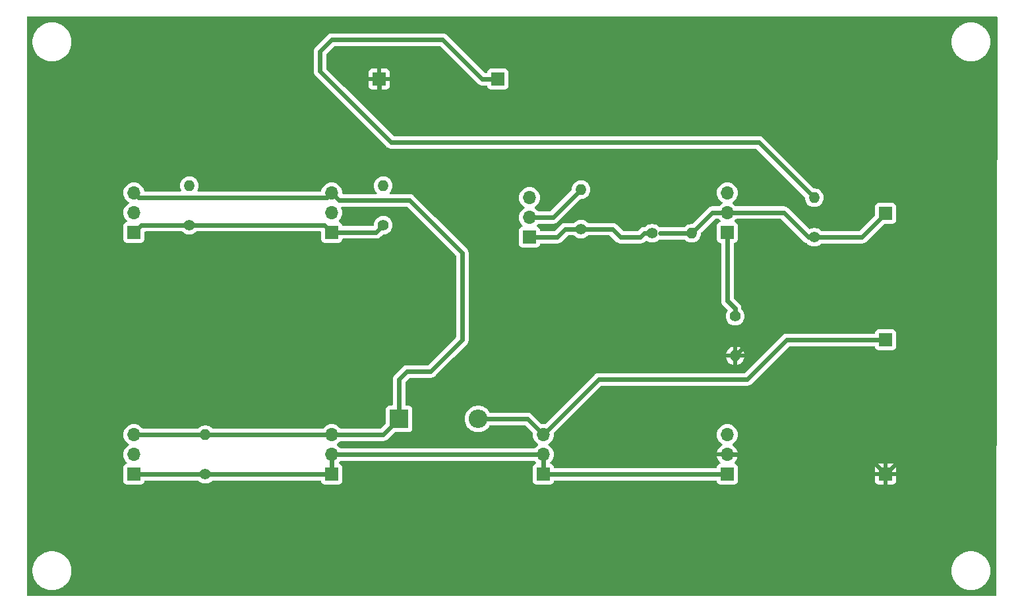
<source format=gtl>
%TF.GenerationSoftware,KiCad,Pcbnew,7.0.7*%
%TF.CreationDate,2023-12-20T15:38:10-07:00*%
%TF.ProjectId,Control Pilot PCB,436f6e74-726f-46c2-9050-696c6f742050,rev?*%
%TF.SameCoordinates,Original*%
%TF.FileFunction,Copper,L1,Top*%
%TF.FilePolarity,Positive*%
%FSLAX46Y46*%
G04 Gerber Fmt 4.6, Leading zero omitted, Abs format (unit mm)*
G04 Created by KiCad (PCBNEW 7.0.7) date 2023-12-20 15:38:10*
%MOMM*%
%LPD*%
G01*
G04 APERTURE LIST*
%TA.AperFunction,ComponentPad*%
%ADD10R,1.700000X1.700000*%
%TD*%
%TA.AperFunction,ComponentPad*%
%ADD11C,1.400000*%
%TD*%
%TA.AperFunction,ComponentPad*%
%ADD12O,1.400000X1.400000*%
%TD*%
%TA.AperFunction,ComponentPad*%
%ADD13O,1.700000X1.700000*%
%TD*%
%TA.AperFunction,ComponentPad*%
%ADD14R,2.400000X2.400000*%
%TD*%
%TA.AperFunction,ComponentPad*%
%ADD15O,2.400000X2.400000*%
%TD*%
%TA.AperFunction,Conductor*%
%ADD16C,0.600000*%
%TD*%
%TA.AperFunction,Conductor*%
%ADD17C,0.250000*%
%TD*%
G04 APERTURE END LIST*
D10*
%TO.P,J1,1,Pin_1*%
%TO.N,Earth_Protective*%
X163576000Y-103632000D03*
%TD*%
%TO.P,J5,1,Pin_1*%
%TO.N,Earth_Protective*%
X98552000Y-52832000D03*
%TD*%
D11*
%TO.P,R6,1*%
%TO.N,Net-(SW5-A)*%
X144256000Y-83312000D03*
D12*
%TO.P,R6,2*%
%TO.N,Earth_Protective*%
X144256000Y-88392000D03*
%TD*%
D11*
%TO.P,R4,1*%
%TO.N,Net-(SW6-A)*%
X124460000Y-72120000D03*
D12*
%TO.P,R4,2*%
%TO.N,Net-(SW6-B)*%
X124460000Y-67040000D03*
%TD*%
D10*
%TO.P,SW4,1,A*%
%TO.N,Net-(SW1-A)*%
X67056000Y-103632000D03*
D13*
%TO.P,SW4,2,B*%
%TO.N,Net-(D1-K)*%
X67056000Y-101092000D03*
%TO.P,SW4,3,C*%
X67056000Y-98552000D03*
%TD*%
D10*
%TO.P,SW1,1,A*%
%TO.N,Net-(SW1-A)*%
X143256000Y-103632000D03*
D13*
%TO.P,SW1,2,B*%
%TO.N,Earth_Protective*%
X143256000Y-101092000D03*
%TO.P,SW1,3,C*%
%TO.N,unconnected-(SW1-C-Pad3)*%
X143256000Y-98552000D03*
%TD*%
D11*
%TO.P,R5,1*%
%TO.N,Net-(SW5-A)*%
X154416000Y-73152000D03*
D12*
%TO.P,R5,2*%
%TO.N,+5V*%
X154416000Y-68072000D03*
%TD*%
D10*
%TO.P,SW8,1,A*%
%TO.N,Net-(SW1-A)*%
X67056000Y-72537000D03*
D13*
%TO.P,SW8,2,B*%
%TO.N,Net-(SW8-B)*%
X67056000Y-69997000D03*
%TO.P,SW8,3,C*%
%TO.N,Net-(D1-K)*%
X67056000Y-67457000D03*
%TD*%
D11*
%TO.P,R7,1*%
%TO.N,Net-(SW6-A)*%
X133588000Y-72644000D03*
D12*
%TO.P,R7,2*%
%TO.N,Net-(J3-Pin_1)*%
X138668000Y-72644000D03*
%TD*%
D11*
%TO.P,R1,1*%
%TO.N,Net-(SW1-A)*%
X76216000Y-103632000D03*
D12*
%TO.P,R1,2*%
%TO.N,Net-(D1-K)*%
X76216000Y-98552000D03*
%TD*%
D10*
%TO.P,SW2,1,A*%
%TO.N,Net-(SW1-A)*%
X119616000Y-103632000D03*
D13*
%TO.P,SW2,2,B*%
X119616000Y-101092000D03*
%TO.P,SW2,3,C*%
%TO.N,Net-(D1-A)*%
X119616000Y-98552000D03*
%TD*%
D10*
%TO.P,J4,1,Pin_1*%
%TO.N,+5V*%
X113792000Y-52832000D03*
%TD*%
D11*
%TO.P,R3,1*%
%TO.N,Net-(SW1-A)*%
X99060000Y-71612000D03*
D12*
%TO.P,R3,2*%
%TO.N,Net-(SW7-B)*%
X99060000Y-66532000D03*
%TD*%
D10*
%TO.P,SW3,1,A*%
%TO.N,Net-(SW1-A)*%
X92456000Y-103632000D03*
D13*
%TO.P,SW3,2,B*%
X92456000Y-101092000D03*
%TO.P,SW3,3,C*%
%TO.N,Net-(D1-K)*%
X92456000Y-98552000D03*
%TD*%
D10*
%TO.P,SW6,1,A*%
%TO.N,Net-(SW6-A)*%
X117856000Y-73152000D03*
D13*
%TO.P,SW6,2,B*%
%TO.N,Net-(SW6-B)*%
X117856000Y-70612000D03*
%TO.P,SW6,3,C*%
%TO.N,unconnected-(SW6-C-Pad3)*%
X117856000Y-68072000D03*
%TD*%
D10*
%TO.P,SW7,1,A*%
%TO.N,Net-(SW1-A)*%
X92456000Y-72537000D03*
D13*
%TO.P,SW7,2,B*%
%TO.N,Net-(SW7-B)*%
X92456000Y-69997000D03*
%TO.P,SW7,3,C*%
%TO.N,Net-(D1-K)*%
X92456000Y-67457000D03*
%TD*%
D10*
%TO.P,J2,1,Pin_1*%
%TO.N,Net-(D1-A)*%
X163576000Y-86360000D03*
%TD*%
%TO.P,J3,1,Pin_1*%
%TO.N,Net-(J3-Pin_1)*%
X163576000Y-70104000D03*
%TD*%
%TO.P,SW5,1,A*%
%TO.N,Net-(SW5-A)*%
X143256000Y-72537000D03*
D13*
%TO.P,SW5,2,B*%
%TO.N,Net-(J3-Pin_1)*%
X143256000Y-69997000D03*
%TO.P,SW5,3,C*%
%TO.N,unconnected-(SW5-C-Pad3)*%
X143256000Y-67457000D03*
%TD*%
D14*
%TO.P,D1,1,K*%
%TO.N,Net-(D1-K)*%
X101092000Y-96520000D03*
D15*
%TO.P,D1,2,A*%
%TO.N,Net-(D1-A)*%
X111252000Y-96520000D03*
%TD*%
D11*
%TO.P,R2,1*%
%TO.N,Net-(SW1-A)*%
X74168000Y-71612000D03*
D12*
%TO.P,R2,2*%
%TO.N,Net-(SW8-B)*%
X74168000Y-66532000D03*
%TD*%
D16*
%TO.N,Earth_Protective*%
X102616000Y-58928000D02*
X98552000Y-54864000D01*
X98552000Y-54864000D02*
X98552000Y-52832000D01*
X164592000Y-58928000D02*
X102616000Y-58928000D01*
X167640000Y-61976000D02*
X164592000Y-58928000D01*
X167640000Y-99568000D02*
X167640000Y-61976000D01*
X163576000Y-103632000D02*
X167640000Y-99568000D01*
X161036000Y-101092000D02*
X163576000Y-103632000D01*
X143256000Y-101092000D02*
X161036000Y-101092000D01*
X149844000Y-82804000D02*
X144256000Y-88392000D01*
X167564000Y-82804000D02*
X149844000Y-82804000D01*
X167640000Y-82880000D02*
X167564000Y-82804000D01*
%TO.N,Net-(D1-A)*%
X163576000Y-86360000D02*
X150876000Y-86360000D01*
X119616000Y-98552000D02*
X117584000Y-96520000D01*
X126728000Y-91440000D02*
X119616000Y-98552000D01*
X150876000Y-86360000D02*
X145796000Y-91440000D01*
X117584000Y-96520000D02*
X111252000Y-96520000D01*
X145796000Y-91440000D02*
X126728000Y-91440000D01*
%TO.N,Net-(J3-Pin_1)*%
X150497827Y-69997000D02*
X153652827Y-73152000D01*
X138684000Y-72644000D02*
X141331000Y-69997000D01*
X134588000Y-72644000D02*
X138684000Y-72644000D01*
X160528000Y-73152000D02*
X163576000Y-70104000D01*
X153652827Y-73152000D02*
X160528000Y-73152000D01*
X141331000Y-69997000D02*
X143256000Y-69997000D01*
X143256000Y-69997000D02*
X150497827Y-69997000D01*
%TO.N,Net-(SW1-A)*%
X67056000Y-103632000D02*
X76216000Y-103632000D01*
X74168000Y-71612000D02*
X67981000Y-71612000D01*
X119616000Y-101092000D02*
X92456000Y-101092000D01*
X98135000Y-72537000D02*
X99060000Y-71612000D01*
X67981000Y-71612000D02*
X67056000Y-72537000D01*
X143256000Y-103632000D02*
X119616000Y-103632000D01*
X92456000Y-72537000D02*
X98135000Y-72537000D01*
X74168000Y-71612000D02*
X91531000Y-71612000D01*
X119616000Y-103632000D02*
X119616000Y-101092000D01*
X76216000Y-103632000D02*
X92456000Y-103632000D01*
X91531000Y-71612000D02*
X92456000Y-72537000D01*
X92456000Y-101092000D02*
X92456000Y-103632000D01*
%TO.N,Net-(SW6-A)*%
X124460000Y-72120000D02*
X128508000Y-72120000D01*
X121412000Y-73152000D02*
X117856000Y-73152000D01*
X132080000Y-73152000D02*
X132588000Y-72644000D01*
X124460000Y-72120000D02*
X122444000Y-72120000D01*
X132588000Y-72644000D02*
X133588000Y-72644000D01*
X129540000Y-73152000D02*
X132080000Y-73152000D01*
X122444000Y-72120000D02*
X121412000Y-73152000D01*
X128508000Y-72120000D02*
X129540000Y-73152000D01*
%TO.N,Net-(SW6-B)*%
X124460000Y-67040000D02*
X120888000Y-70612000D01*
X120888000Y-70612000D02*
X117856000Y-70612000D01*
%TO.N,Net-(SW5-A)*%
X143256000Y-81312000D02*
X144256000Y-82312000D01*
X143256000Y-72537000D02*
X143256000Y-81312000D01*
X144256000Y-83312000D02*
X144256000Y-82312000D01*
%TO.N,+5V*%
X147304000Y-60960000D02*
X100076000Y-60960000D01*
X111760000Y-52832000D02*
X113792000Y-52832000D01*
X100076000Y-60960000D02*
X90932000Y-51816000D01*
X90932000Y-49276000D02*
X92456000Y-47752000D01*
X92456000Y-47752000D02*
X106680000Y-47752000D01*
X106680000Y-47752000D02*
X111760000Y-52832000D01*
X90932000Y-51816000D02*
X90932000Y-49276000D01*
X154416000Y-68072000D02*
X147304000Y-60960000D01*
%TO.N,Net-(D1-K)*%
X67056000Y-98552000D02*
X92456000Y-98552000D01*
X92456000Y-67457000D02*
X93399000Y-68400000D01*
D17*
X67056000Y-67457000D02*
X67679000Y-68080000D01*
D16*
X101092000Y-96520000D02*
X99060000Y-98552000D01*
X92456000Y-98552000D02*
X99060000Y-98552000D01*
X91833000Y-68080000D02*
X92456000Y-67457000D01*
X105156000Y-90424000D02*
X102108000Y-90424000D01*
X109220000Y-86360000D02*
X105156000Y-90424000D01*
X93399000Y-68400000D02*
X102436000Y-68400000D01*
X102108000Y-90424000D02*
X101092000Y-91440000D01*
X102436000Y-68400000D02*
X109220000Y-75184000D01*
X67679000Y-68080000D02*
X91570000Y-68080000D01*
X101092000Y-91440000D02*
X101092000Y-96520000D01*
X109220000Y-75184000D02*
X109220000Y-86360000D01*
X91570000Y-68080000D02*
X91833000Y-68080000D01*
%TD*%
%TA.AperFunction,Conductor*%
%TO.N,Earth_Protective*%
G36*
X177882806Y-44799685D02*
G01*
X177928561Y-44852489D01*
X177939766Y-44904231D01*
X177801446Y-118530622D01*
X177800233Y-119176233D01*
X177780422Y-119243235D01*
X177727532Y-119288891D01*
X177676233Y-119300000D01*
X53414000Y-119300000D01*
X53346961Y-119280315D01*
X53301206Y-119227511D01*
X53290000Y-119176000D01*
X53290000Y-116030005D01*
X54024556Y-116030005D01*
X54032344Y-116153791D01*
X54032466Y-116157684D01*
X54032466Y-116187125D01*
X54036156Y-116216340D01*
X54036522Y-116220217D01*
X54044310Y-116344005D01*
X54044311Y-116344012D01*
X54067553Y-116465852D01*
X54068162Y-116469698D01*
X54071853Y-116498915D01*
X54071857Y-116498932D01*
X54079179Y-116527447D01*
X54080029Y-116531249D01*
X54103270Y-116653083D01*
X54141593Y-116771028D01*
X54142680Y-116774769D01*
X54150004Y-116803297D01*
X54150007Y-116803305D01*
X54160851Y-116830694D01*
X54162170Y-116834358D01*
X54200497Y-116952316D01*
X54200499Y-116952321D01*
X54253306Y-117064540D01*
X54254853Y-117068116D01*
X54265695Y-117095500D01*
X54279886Y-117121314D01*
X54281653Y-117124783D01*
X54319581Y-117205382D01*
X54334463Y-117237007D01*
X54400916Y-117341721D01*
X54400920Y-117341726D01*
X54402903Y-117345080D01*
X54417085Y-117370878D01*
X54417091Y-117370887D01*
X54417093Y-117370891D01*
X54434413Y-117394730D01*
X54436594Y-117397940D01*
X54503051Y-117502661D01*
X54503053Y-117502664D01*
X54582105Y-117598222D01*
X54584492Y-117601299D01*
X54601784Y-117625100D01*
X54601809Y-117625130D01*
X54601813Y-117625135D01*
X54611832Y-117635804D01*
X54621970Y-117646601D01*
X54624545Y-117649522D01*
X54688232Y-117726505D01*
X54703610Y-117745094D01*
X54794034Y-117830008D01*
X54796769Y-117832743D01*
X54816937Y-117854220D01*
X54816942Y-117854225D01*
X54816943Y-117854226D01*
X54839635Y-117872998D01*
X54842538Y-117875557D01*
X54932970Y-117960478D01*
X55033324Y-118033389D01*
X55036380Y-118035760D01*
X55059087Y-118054545D01*
X55059096Y-118054552D01*
X55083968Y-118070335D01*
X55087173Y-118072513D01*
X55177169Y-118137898D01*
X55187520Y-118145419D01*
X55296213Y-118205173D01*
X55299567Y-118207157D01*
X55311131Y-118214495D01*
X55324425Y-118222932D01*
X55335532Y-118228158D01*
X55351068Y-118235470D01*
X55354538Y-118237238D01*
X55422915Y-118274828D01*
X55463234Y-118296994D01*
X55578574Y-118342660D01*
X55582126Y-118344197D01*
X55608752Y-118356727D01*
X55608762Y-118356731D01*
X55608779Y-118356739D01*
X55608793Y-118356743D01*
X55608809Y-118356750D01*
X55636798Y-118365843D01*
X55640447Y-118367157D01*
X55755775Y-118412819D01*
X55875921Y-118443667D01*
X55879644Y-118444749D01*
X55888422Y-118447601D01*
X55907661Y-118453852D01*
X55924491Y-118457062D01*
X55936600Y-118459373D01*
X55940374Y-118460216D01*
X56060527Y-118491066D01*
X56183578Y-118506610D01*
X56187403Y-118507217D01*
X56216341Y-118512737D01*
X56216346Y-118512738D01*
X56216354Y-118512738D01*
X56216357Y-118512739D01*
X56245769Y-118514589D01*
X56249614Y-118514953D01*
X56314767Y-118523183D01*
X56372672Y-118530499D01*
X56372682Y-118530500D01*
X56496680Y-118530500D01*
X56500575Y-118530622D01*
X56529964Y-118532472D01*
X56530000Y-118532472D01*
X56530036Y-118532472D01*
X56559422Y-118530622D01*
X56563317Y-118530500D01*
X56687318Y-118530500D01*
X56810391Y-118514952D01*
X56814227Y-118514589D01*
X56843643Y-118512739D01*
X56843646Y-118512738D01*
X56843652Y-118512738D01*
X56843655Y-118512737D01*
X56872596Y-118507217D01*
X56876416Y-118506611D01*
X56999473Y-118491066D01*
X57119652Y-118460209D01*
X57123373Y-118459377D01*
X57152339Y-118453852D01*
X57180378Y-118444741D01*
X57184043Y-118443676D01*
X57304225Y-118412819D01*
X57419575Y-118367148D01*
X57423208Y-118365841D01*
X57451221Y-118356739D01*
X57477876Y-118344195D01*
X57481412Y-118342665D01*
X57596766Y-118296994D01*
X57705499Y-118237217D01*
X57708902Y-118235483D01*
X57735575Y-118222932D01*
X57760445Y-118207148D01*
X57763766Y-118205184D01*
X57872484Y-118145416D01*
X57972830Y-118072509D01*
X57976031Y-118070334D01*
X58000916Y-118054542D01*
X58023635Y-118035747D01*
X58026655Y-118033404D01*
X58127030Y-117960478D01*
X58217494Y-117875526D01*
X58220329Y-117873027D01*
X58243060Y-117854223D01*
X58263261Y-117832710D01*
X58265932Y-117830039D01*
X58356390Y-117745094D01*
X58435485Y-117649484D01*
X58438003Y-117646628D01*
X58458187Y-117625135D01*
X58458201Y-117625115D01*
X58458209Y-117625106D01*
X58475514Y-117601288D01*
X58477872Y-117598247D01*
X58556947Y-117502663D01*
X58623440Y-117397885D01*
X58625564Y-117394761D01*
X58642907Y-117370891D01*
X58657116Y-117345044D01*
X58659059Y-117341759D01*
X58725537Y-117237007D01*
X58778353Y-117124766D01*
X58780096Y-117121343D01*
X58794304Y-117095501D01*
X58805160Y-117068079D01*
X58806668Y-117064594D01*
X58859503Y-116952315D01*
X58897845Y-116834310D01*
X58899148Y-116830694D01*
X58909992Y-116803306D01*
X58917319Y-116774769D01*
X58918395Y-116771063D01*
X58956731Y-116653079D01*
X58979980Y-116531199D01*
X58980820Y-116527447D01*
X58988146Y-116498916D01*
X58991840Y-116469668D01*
X58992439Y-116465885D01*
X59015688Y-116344015D01*
X59015688Y-116344012D01*
X59015689Y-116344009D01*
X59018753Y-116295289D01*
X59023477Y-116220197D01*
X59023842Y-116216347D01*
X59027532Y-116187138D01*
X59027533Y-116187131D01*
X59028167Y-116146716D01*
X59028278Y-116143886D01*
X59035444Y-116030000D01*
X172024556Y-116030000D01*
X172032345Y-116153815D01*
X172032467Y-116157685D01*
X172032467Y-116187125D01*
X172032468Y-116187141D01*
X172036156Y-116216340D01*
X172036522Y-116220217D01*
X172044310Y-116344005D01*
X172044311Y-116344012D01*
X172067553Y-116465852D01*
X172068162Y-116469698D01*
X172071853Y-116498915D01*
X172071857Y-116498932D01*
X172079179Y-116527447D01*
X172080029Y-116531249D01*
X172103270Y-116653083D01*
X172141593Y-116771028D01*
X172142680Y-116774769D01*
X172150004Y-116803297D01*
X172150007Y-116803305D01*
X172160851Y-116830694D01*
X172162170Y-116834358D01*
X172200497Y-116952316D01*
X172200499Y-116952321D01*
X172253306Y-117064540D01*
X172254853Y-117068116D01*
X172265695Y-117095500D01*
X172279886Y-117121314D01*
X172281653Y-117124783D01*
X172319581Y-117205382D01*
X172334463Y-117237007D01*
X172400916Y-117341721D01*
X172400920Y-117341726D01*
X172402903Y-117345080D01*
X172417085Y-117370878D01*
X172417091Y-117370887D01*
X172417093Y-117370891D01*
X172434413Y-117394730D01*
X172436594Y-117397940D01*
X172503051Y-117502661D01*
X172503053Y-117502664D01*
X172582105Y-117598222D01*
X172584492Y-117601299D01*
X172601784Y-117625100D01*
X172601809Y-117625130D01*
X172601813Y-117625135D01*
X172611832Y-117635804D01*
X172621970Y-117646601D01*
X172624545Y-117649522D01*
X172688232Y-117726505D01*
X172703610Y-117745094D01*
X172794034Y-117830008D01*
X172796769Y-117832743D01*
X172816937Y-117854220D01*
X172816942Y-117854225D01*
X172816943Y-117854226D01*
X172839635Y-117872998D01*
X172842538Y-117875557D01*
X172932970Y-117960478D01*
X173033324Y-118033389D01*
X173036380Y-118035760D01*
X173059087Y-118054545D01*
X173059096Y-118054552D01*
X173083968Y-118070335D01*
X173087173Y-118072513D01*
X173177169Y-118137898D01*
X173187520Y-118145419D01*
X173296213Y-118205173D01*
X173299567Y-118207157D01*
X173311131Y-118214495D01*
X173324425Y-118222932D01*
X173335532Y-118228158D01*
X173351068Y-118235470D01*
X173354538Y-118237238D01*
X173422915Y-118274828D01*
X173463234Y-118296994D01*
X173578574Y-118342660D01*
X173582126Y-118344197D01*
X173608752Y-118356727D01*
X173608762Y-118356731D01*
X173608779Y-118356739D01*
X173608793Y-118356743D01*
X173608809Y-118356750D01*
X173636798Y-118365843D01*
X173640447Y-118367157D01*
X173755775Y-118412819D01*
X173875921Y-118443667D01*
X173879644Y-118444749D01*
X173888422Y-118447601D01*
X173907661Y-118453852D01*
X173924491Y-118457062D01*
X173936600Y-118459373D01*
X173940374Y-118460216D01*
X174060527Y-118491066D01*
X174183578Y-118506610D01*
X174187403Y-118507217D01*
X174216341Y-118512737D01*
X174216346Y-118512738D01*
X174216354Y-118512738D01*
X174216357Y-118512739D01*
X174245769Y-118514589D01*
X174249614Y-118514953D01*
X174314767Y-118523183D01*
X174372672Y-118530499D01*
X174372682Y-118530500D01*
X174496680Y-118530500D01*
X174500575Y-118530622D01*
X174529964Y-118532472D01*
X174530000Y-118532472D01*
X174530036Y-118532472D01*
X174559422Y-118530622D01*
X174563317Y-118530500D01*
X174687318Y-118530500D01*
X174810391Y-118514952D01*
X174814227Y-118514589D01*
X174843643Y-118512739D01*
X174843646Y-118512738D01*
X174843652Y-118512738D01*
X174843655Y-118512737D01*
X174872596Y-118507217D01*
X174876416Y-118506611D01*
X174999473Y-118491066D01*
X175119652Y-118460209D01*
X175123373Y-118459377D01*
X175152339Y-118453852D01*
X175180378Y-118444741D01*
X175184043Y-118443676D01*
X175304225Y-118412819D01*
X175419575Y-118367148D01*
X175423208Y-118365841D01*
X175451221Y-118356739D01*
X175477876Y-118344195D01*
X175481412Y-118342665D01*
X175596766Y-118296994D01*
X175705499Y-118237217D01*
X175708902Y-118235483D01*
X175735575Y-118222932D01*
X175760445Y-118207148D01*
X175763766Y-118205184D01*
X175872484Y-118145416D01*
X175972830Y-118072509D01*
X175976031Y-118070334D01*
X176000916Y-118054542D01*
X176023635Y-118035747D01*
X176026655Y-118033404D01*
X176127030Y-117960478D01*
X176217494Y-117875526D01*
X176220329Y-117873027D01*
X176243060Y-117854223D01*
X176263261Y-117832710D01*
X176265932Y-117830039D01*
X176356390Y-117745094D01*
X176435485Y-117649484D01*
X176438003Y-117646628D01*
X176458187Y-117625135D01*
X176458201Y-117625115D01*
X176458209Y-117625106D01*
X176475514Y-117601288D01*
X176477872Y-117598247D01*
X176556947Y-117502663D01*
X176623440Y-117397885D01*
X176625564Y-117394761D01*
X176642907Y-117370891D01*
X176657116Y-117345044D01*
X176659059Y-117341759D01*
X176725537Y-117237007D01*
X176778353Y-117124766D01*
X176780096Y-117121343D01*
X176794304Y-117095501D01*
X176805160Y-117068079D01*
X176806668Y-117064594D01*
X176859503Y-116952315D01*
X176897845Y-116834310D01*
X176899148Y-116830694D01*
X176909992Y-116803306D01*
X176917319Y-116774769D01*
X176918395Y-116771063D01*
X176956731Y-116653079D01*
X176979980Y-116531199D01*
X176980820Y-116527447D01*
X176988146Y-116498916D01*
X176991840Y-116469668D01*
X176992439Y-116465885D01*
X177015688Y-116344015D01*
X177015688Y-116344012D01*
X177015689Y-116344009D01*
X177018753Y-116295289D01*
X177023477Y-116220197D01*
X177023842Y-116216347D01*
X177027532Y-116187138D01*
X177027533Y-116187131D01*
X177028167Y-116146716D01*
X177028278Y-116143886D01*
X177035444Y-116030000D01*
X177028279Y-115916116D01*
X177028167Y-115913280D01*
X177027533Y-115872869D01*
X177027532Y-115872862D01*
X177027532Y-115872854D01*
X177023842Y-115843650D01*
X177023477Y-115839796D01*
X177019203Y-115771855D01*
X177015689Y-115715990D01*
X177015687Y-115715982D01*
X176992436Y-115594093D01*
X176991838Y-115590313D01*
X176991836Y-115590300D01*
X176988146Y-115561084D01*
X176980825Y-115532569D01*
X176979975Y-115528767D01*
X176957013Y-115408400D01*
X176956731Y-115406921D01*
X176918399Y-115288950D01*
X176917318Y-115285226D01*
X176909994Y-115256701D01*
X176909993Y-115256699D01*
X176909992Y-115256694D01*
X176899134Y-115229269D01*
X176897844Y-115225686D01*
X176859503Y-115107685D01*
X176806682Y-114995435D01*
X176805157Y-114991912D01*
X176794304Y-114964499D01*
X176794285Y-114964465D01*
X176780113Y-114938685D01*
X176778344Y-114935213D01*
X176759334Y-114894816D01*
X176725537Y-114822993D01*
X176659061Y-114718244D01*
X176657095Y-114714917D01*
X176642907Y-114689109D01*
X176625579Y-114665259D01*
X176623427Y-114662093D01*
X176556947Y-114557337D01*
X176556946Y-114557336D01*
X176556945Y-114557334D01*
X176477898Y-114461782D01*
X176475511Y-114458704D01*
X176458221Y-114434906D01*
X176458191Y-114434871D01*
X176458187Y-114434865D01*
X176444102Y-114419866D01*
X176438028Y-114413397D01*
X176435462Y-114410487D01*
X176356390Y-114314906D01*
X176356388Y-114314904D01*
X176356384Y-114314899D01*
X176265973Y-114229998D01*
X176263221Y-114227246D01*
X176261864Y-114225801D01*
X176243060Y-114205777D01*
X176243059Y-114205776D01*
X176243057Y-114205774D01*
X176243049Y-114205766D01*
X176220361Y-114186998D01*
X176217439Y-114184422D01*
X176127031Y-114099523D01*
X176127021Y-114099515D01*
X176026688Y-114026619D01*
X176023609Y-114024231D01*
X176000918Y-114005459D01*
X176000900Y-114005446D01*
X175976030Y-113989663D01*
X175972807Y-113987473D01*
X175872485Y-113914584D01*
X175763788Y-113854826D01*
X175760439Y-113852845D01*
X175736435Y-113837614D01*
X175735575Y-113837068D01*
X175735574Y-113837067D01*
X175735567Y-113837063D01*
X175708929Y-113824528D01*
X175705460Y-113822760D01*
X175596759Y-113763002D01*
X175596756Y-113763001D01*
X175481463Y-113717354D01*
X175477887Y-113715807D01*
X175451239Y-113703268D01*
X175451199Y-113703252D01*
X175423198Y-113694154D01*
X175419532Y-113692834D01*
X175304227Y-113647181D01*
X175184091Y-113616335D01*
X175180353Y-113615249D01*
X175152336Y-113606147D01*
X175123418Y-113600630D01*
X175119619Y-113599781D01*
X174999471Y-113568933D01*
X174876435Y-113553390D01*
X174872588Y-113552781D01*
X174843666Y-113547264D01*
X174843644Y-113547261D01*
X174843643Y-113547261D01*
X174843640Y-113547260D01*
X174843594Y-113547255D01*
X174814219Y-113545407D01*
X174810342Y-113545040D01*
X174687330Y-113529500D01*
X174687318Y-113529500D01*
X174563273Y-113529500D01*
X174559402Y-113529378D01*
X174534162Y-113527790D01*
X174530002Y-113527529D01*
X174529998Y-113527529D01*
X174525837Y-113527790D01*
X174500597Y-113529378D01*
X174496727Y-113529500D01*
X174372682Y-113529500D01*
X174372680Y-113529500D01*
X174372667Y-113529501D01*
X174249656Y-113545040D01*
X174245779Y-113545407D01*
X174216395Y-113547255D01*
X174216338Y-113547262D01*
X174187410Y-113552781D01*
X174183563Y-113553390D01*
X174060530Y-113568933D01*
X174060528Y-113568933D01*
X173940386Y-113599779D01*
X173936589Y-113600628D01*
X173907669Y-113606146D01*
X173907665Y-113606147D01*
X173907661Y-113606148D01*
X173897385Y-113609486D01*
X173879651Y-113615248D01*
X173875913Y-113616334D01*
X173755769Y-113647182D01*
X173640466Y-113692834D01*
X173636801Y-113694154D01*
X173608808Y-113703249D01*
X173608760Y-113703268D01*
X173582129Y-113715800D01*
X173578554Y-113717347D01*
X173463233Y-113763005D01*
X173354538Y-113822761D01*
X173351069Y-113824529D01*
X173324433Y-113837063D01*
X173324422Y-113837069D01*
X173299557Y-113852847D01*
X173296208Y-113854828D01*
X173187512Y-113914585D01*
X173187510Y-113914587D01*
X173087184Y-113987478D01*
X173083962Y-113989667D01*
X173059114Y-114005436D01*
X173059073Y-114005466D01*
X173036391Y-114024229D01*
X173033315Y-114026616D01*
X172932966Y-114099524D01*
X172932965Y-114099525D01*
X172842569Y-114184413D01*
X172839647Y-114186989D01*
X172816961Y-114205756D01*
X172816933Y-114205782D01*
X172810207Y-114212945D01*
X172796772Y-114227252D01*
X172794018Y-114230005D01*
X172703611Y-114314904D01*
X172624545Y-114410476D01*
X172621972Y-114413396D01*
X172611547Y-114424497D01*
X172601828Y-114434847D01*
X172601782Y-114434902D01*
X172584492Y-114458701D01*
X172582105Y-114461778D01*
X172503053Y-114557335D01*
X172503048Y-114557342D01*
X172436593Y-114662058D01*
X172434405Y-114665278D01*
X172417086Y-114689118D01*
X172417082Y-114689125D01*
X172402897Y-114714926D01*
X172400916Y-114718276D01*
X172334464Y-114822990D01*
X172281649Y-114935223D01*
X172279877Y-114938701D01*
X172278375Y-114941433D01*
X172265713Y-114964465D01*
X172265701Y-114964489D01*
X172265696Y-114964499D01*
X172265693Y-114964506D01*
X172265687Y-114964519D01*
X172254854Y-114991879D01*
X172253308Y-114995452D01*
X172200500Y-115107676D01*
X172200496Y-115107687D01*
X172162168Y-115225644D01*
X172160850Y-115229307D01*
X172150009Y-115256689D01*
X172150004Y-115256703D01*
X172142679Y-115285230D01*
X172141593Y-115288969D01*
X172103269Y-115406918D01*
X172103268Y-115406924D01*
X172080029Y-115528749D01*
X172079179Y-115532550D01*
X172071858Y-115561059D01*
X172071852Y-115561093D01*
X172068162Y-115590300D01*
X172067553Y-115594146D01*
X172044312Y-115715982D01*
X172044310Y-115715999D01*
X172036522Y-115839781D01*
X172036156Y-115843658D01*
X172032468Y-115872846D01*
X172032467Y-115872874D01*
X172032467Y-115902313D01*
X172032345Y-115906185D01*
X172024556Y-116030000D01*
X59035444Y-116030000D01*
X59028279Y-115916116D01*
X59028167Y-115913280D01*
X59027533Y-115872869D01*
X59027532Y-115872862D01*
X59027532Y-115872854D01*
X59023842Y-115843650D01*
X59023477Y-115839796D01*
X59019203Y-115771855D01*
X59015689Y-115715990D01*
X59015687Y-115715982D01*
X58992436Y-115594093D01*
X58991838Y-115590313D01*
X58991836Y-115590300D01*
X58988146Y-115561084D01*
X58980825Y-115532569D01*
X58979975Y-115528767D01*
X58957013Y-115408400D01*
X58956731Y-115406921D01*
X58918399Y-115288950D01*
X58917318Y-115285226D01*
X58909994Y-115256701D01*
X58909993Y-115256699D01*
X58909992Y-115256694D01*
X58899134Y-115229269D01*
X58897844Y-115225686D01*
X58859503Y-115107685D01*
X58806682Y-114995435D01*
X58805157Y-114991912D01*
X58794304Y-114964499D01*
X58794285Y-114964465D01*
X58780113Y-114938685D01*
X58778344Y-114935213D01*
X58759334Y-114894816D01*
X58725537Y-114822993D01*
X58659061Y-114718244D01*
X58657095Y-114714917D01*
X58642907Y-114689109D01*
X58625579Y-114665259D01*
X58623427Y-114662093D01*
X58556947Y-114557337D01*
X58556946Y-114557336D01*
X58556945Y-114557334D01*
X58477898Y-114461782D01*
X58475511Y-114458704D01*
X58458221Y-114434906D01*
X58458191Y-114434871D01*
X58458187Y-114434865D01*
X58444102Y-114419866D01*
X58438028Y-114413397D01*
X58435462Y-114410487D01*
X58356390Y-114314906D01*
X58356388Y-114314904D01*
X58356384Y-114314899D01*
X58265973Y-114229998D01*
X58263221Y-114227246D01*
X58261864Y-114225801D01*
X58243060Y-114205777D01*
X58243059Y-114205776D01*
X58243057Y-114205774D01*
X58243049Y-114205766D01*
X58220361Y-114186998D01*
X58217439Y-114184422D01*
X58127031Y-114099523D01*
X58127021Y-114099515D01*
X58026688Y-114026619D01*
X58023609Y-114024231D01*
X58000918Y-114005459D01*
X58000900Y-114005446D01*
X57976030Y-113989663D01*
X57972807Y-113987473D01*
X57872485Y-113914584D01*
X57763788Y-113854826D01*
X57760439Y-113852845D01*
X57736435Y-113837614D01*
X57735575Y-113837068D01*
X57735574Y-113837067D01*
X57735567Y-113837063D01*
X57708929Y-113824528D01*
X57705460Y-113822760D01*
X57596759Y-113763002D01*
X57596756Y-113763001D01*
X57481463Y-113717354D01*
X57477887Y-113715807D01*
X57451239Y-113703268D01*
X57451199Y-113703252D01*
X57423198Y-113694154D01*
X57419532Y-113692834D01*
X57304227Y-113647181D01*
X57184091Y-113616335D01*
X57180353Y-113615249D01*
X57152336Y-113606147D01*
X57123418Y-113600630D01*
X57119619Y-113599781D01*
X56999471Y-113568933D01*
X56876435Y-113553390D01*
X56872588Y-113552781D01*
X56843666Y-113547264D01*
X56843644Y-113547261D01*
X56843643Y-113547261D01*
X56843640Y-113547260D01*
X56843594Y-113547255D01*
X56814219Y-113545407D01*
X56810342Y-113545040D01*
X56687330Y-113529500D01*
X56687318Y-113529500D01*
X56563273Y-113529500D01*
X56559402Y-113529378D01*
X56534162Y-113527790D01*
X56530002Y-113527529D01*
X56529998Y-113527529D01*
X56525837Y-113527790D01*
X56500597Y-113529378D01*
X56496727Y-113529500D01*
X56372682Y-113529500D01*
X56372680Y-113529500D01*
X56372667Y-113529501D01*
X56249656Y-113545040D01*
X56245779Y-113545407D01*
X56216395Y-113547255D01*
X56216338Y-113547262D01*
X56187410Y-113552781D01*
X56183563Y-113553390D01*
X56060530Y-113568933D01*
X56060528Y-113568933D01*
X55940386Y-113599779D01*
X55936589Y-113600628D01*
X55907669Y-113606146D01*
X55907665Y-113606147D01*
X55907661Y-113606148D01*
X55897385Y-113609486D01*
X55879651Y-113615248D01*
X55875913Y-113616334D01*
X55755769Y-113647182D01*
X55640466Y-113692834D01*
X55636801Y-113694154D01*
X55608808Y-113703249D01*
X55608760Y-113703268D01*
X55582129Y-113715800D01*
X55578554Y-113717347D01*
X55463233Y-113763005D01*
X55354538Y-113822761D01*
X55351069Y-113824529D01*
X55324433Y-113837063D01*
X55324422Y-113837069D01*
X55299557Y-113852847D01*
X55296208Y-113854828D01*
X55187512Y-113914585D01*
X55187510Y-113914587D01*
X55087184Y-113987478D01*
X55083962Y-113989667D01*
X55059114Y-114005436D01*
X55059073Y-114005466D01*
X55036391Y-114024229D01*
X55033315Y-114026616D01*
X54932966Y-114099524D01*
X54932965Y-114099525D01*
X54842569Y-114184413D01*
X54839647Y-114186989D01*
X54816961Y-114205756D01*
X54816933Y-114205782D01*
X54810207Y-114212945D01*
X54796772Y-114227252D01*
X54794018Y-114230005D01*
X54703611Y-114314904D01*
X54624545Y-114410476D01*
X54621972Y-114413396D01*
X54611547Y-114424497D01*
X54601828Y-114434847D01*
X54601782Y-114434902D01*
X54584492Y-114458701D01*
X54582105Y-114461778D01*
X54503053Y-114557335D01*
X54503048Y-114557342D01*
X54436593Y-114662058D01*
X54434405Y-114665278D01*
X54417086Y-114689118D01*
X54417082Y-114689125D01*
X54402897Y-114714926D01*
X54400916Y-114718276D01*
X54334464Y-114822990D01*
X54281649Y-114935223D01*
X54279877Y-114938701D01*
X54278375Y-114941433D01*
X54265713Y-114964465D01*
X54265701Y-114964489D01*
X54265696Y-114964499D01*
X54265693Y-114964506D01*
X54265687Y-114964519D01*
X54254854Y-114991879D01*
X54253308Y-114995452D01*
X54200500Y-115107676D01*
X54200496Y-115107687D01*
X54162168Y-115225644D01*
X54160850Y-115229307D01*
X54150009Y-115256689D01*
X54150004Y-115256703D01*
X54142679Y-115285230D01*
X54141593Y-115288969D01*
X54103269Y-115406918D01*
X54103268Y-115406924D01*
X54080029Y-115528749D01*
X54079179Y-115532550D01*
X54071858Y-115561059D01*
X54071852Y-115561093D01*
X54068162Y-115590300D01*
X54067553Y-115594146D01*
X54044312Y-115715982D01*
X54044310Y-115715999D01*
X54036522Y-115839781D01*
X54036156Y-115843658D01*
X54032466Y-115872869D01*
X54032466Y-115902314D01*
X54032344Y-115906207D01*
X54024556Y-116029994D01*
X54024556Y-116030005D01*
X53290000Y-116030005D01*
X53290000Y-101092000D01*
X65700341Y-101092000D01*
X65720936Y-101327403D01*
X65720938Y-101327413D01*
X65782094Y-101555655D01*
X65782096Y-101555659D01*
X65782097Y-101555663D01*
X65881847Y-101769578D01*
X65881965Y-101769830D01*
X65881967Y-101769834D01*
X65974338Y-101901752D01*
X66017501Y-101963396D01*
X66017506Y-101963402D01*
X66139430Y-102085326D01*
X66172915Y-102146649D01*
X66167931Y-102216341D01*
X66126059Y-102272274D01*
X66095083Y-102289189D01*
X65963669Y-102338203D01*
X65963664Y-102338206D01*
X65848455Y-102424452D01*
X65848452Y-102424455D01*
X65762206Y-102539664D01*
X65762202Y-102539671D01*
X65711908Y-102674517D01*
X65705501Y-102734116D01*
X65705501Y-102734123D01*
X65705500Y-102734135D01*
X65705500Y-104529870D01*
X65705501Y-104529876D01*
X65711908Y-104589483D01*
X65762202Y-104724328D01*
X65762206Y-104724335D01*
X65848452Y-104839544D01*
X65848455Y-104839547D01*
X65963664Y-104925793D01*
X65963671Y-104925797D01*
X66098517Y-104976091D01*
X66098516Y-104976091D01*
X66105444Y-104976835D01*
X66158127Y-104982500D01*
X67953872Y-104982499D01*
X68013483Y-104976091D01*
X68148331Y-104925796D01*
X68263546Y-104839546D01*
X68349796Y-104724331D01*
X68400091Y-104589483D01*
X68405062Y-104543242D01*
X68431799Y-104478694D01*
X68489191Y-104438846D01*
X68528351Y-104432500D01*
X75264108Y-104432500D01*
X75331147Y-104452185D01*
X75347638Y-104464856D01*
X75489438Y-104594124D01*
X75489440Y-104594125D01*
X75489441Y-104594126D01*
X75678595Y-104711245D01*
X75678596Y-104711245D01*
X75678599Y-104711247D01*
X75886060Y-104791618D01*
X76104757Y-104832500D01*
X76104759Y-104832500D01*
X76327241Y-104832500D01*
X76327243Y-104832500D01*
X76545940Y-104791618D01*
X76753401Y-104711247D01*
X76942562Y-104594124D01*
X77084355Y-104464861D01*
X77147157Y-104434246D01*
X77167892Y-104432500D01*
X90983649Y-104432500D01*
X91050688Y-104452185D01*
X91096443Y-104504989D01*
X91106939Y-104543248D01*
X91111908Y-104589483D01*
X91162202Y-104724328D01*
X91162206Y-104724335D01*
X91248452Y-104839544D01*
X91248455Y-104839547D01*
X91363664Y-104925793D01*
X91363671Y-104925797D01*
X91498517Y-104976091D01*
X91498516Y-104976091D01*
X91505444Y-104976835D01*
X91558127Y-104982500D01*
X93353872Y-104982499D01*
X93413483Y-104976091D01*
X93548331Y-104925796D01*
X93663546Y-104839546D01*
X93749796Y-104724331D01*
X93800091Y-104589483D01*
X93806500Y-104529873D01*
X93806499Y-102734128D01*
X93800091Y-102674517D01*
X93754676Y-102552754D01*
X93749797Y-102539671D01*
X93749793Y-102539664D01*
X93663547Y-102424455D01*
X93663544Y-102424452D01*
X93548335Y-102338206D01*
X93548330Y-102338203D01*
X93416917Y-102289189D01*
X93360984Y-102247317D01*
X93336567Y-102181853D01*
X93351419Y-102113580D01*
X93372567Y-102085328D01*
X93494495Y-101963401D01*
X93507116Y-101945375D01*
X93561693Y-101901752D01*
X93608691Y-101892500D01*
X118463309Y-101892500D01*
X118530348Y-101912185D01*
X118564883Y-101945375D01*
X118577501Y-101963396D01*
X118577508Y-101963405D01*
X118699429Y-102085326D01*
X118732914Y-102146649D01*
X118727930Y-102216341D01*
X118686058Y-102272274D01*
X118655082Y-102289189D01*
X118523669Y-102338203D01*
X118523664Y-102338206D01*
X118408455Y-102424452D01*
X118408452Y-102424455D01*
X118322206Y-102539664D01*
X118322202Y-102539671D01*
X118271908Y-102674517D01*
X118265501Y-102734116D01*
X118265501Y-102734123D01*
X118265500Y-102734135D01*
X118265500Y-104529870D01*
X118265501Y-104529876D01*
X118271908Y-104589483D01*
X118322202Y-104724328D01*
X118322206Y-104724335D01*
X118408452Y-104839544D01*
X118408455Y-104839547D01*
X118523664Y-104925793D01*
X118523671Y-104925797D01*
X118658517Y-104976091D01*
X118658516Y-104976091D01*
X118665444Y-104976835D01*
X118718127Y-104982500D01*
X120513872Y-104982499D01*
X120573483Y-104976091D01*
X120708331Y-104925796D01*
X120823546Y-104839546D01*
X120909796Y-104724331D01*
X120960091Y-104589483D01*
X120965062Y-104543242D01*
X120991799Y-104478694D01*
X121049191Y-104438846D01*
X121088351Y-104432500D01*
X141783649Y-104432500D01*
X141850688Y-104452185D01*
X141896443Y-104504989D01*
X141906939Y-104543248D01*
X141911908Y-104589483D01*
X141962202Y-104724328D01*
X141962206Y-104724335D01*
X142048452Y-104839544D01*
X142048455Y-104839547D01*
X142163664Y-104925793D01*
X142163671Y-104925797D01*
X142298517Y-104976091D01*
X142298516Y-104976091D01*
X142305444Y-104976835D01*
X142358127Y-104982500D01*
X144153872Y-104982499D01*
X144213483Y-104976091D01*
X144348331Y-104925796D01*
X144463546Y-104839546D01*
X144549796Y-104724331D01*
X144600091Y-104589483D01*
X144606500Y-104529873D01*
X144606500Y-104529844D01*
X162226000Y-104529844D01*
X162232401Y-104589372D01*
X162232403Y-104589379D01*
X162282645Y-104724086D01*
X162282649Y-104724093D01*
X162368809Y-104839187D01*
X162368812Y-104839190D01*
X162483906Y-104925350D01*
X162483913Y-104925354D01*
X162618620Y-104975596D01*
X162618627Y-104975598D01*
X162678155Y-104981999D01*
X162678172Y-104982000D01*
X163326000Y-104982000D01*
X163326000Y-104244301D01*
X163345685Y-104177262D01*
X163398489Y-104131507D01*
X163467647Y-104121563D01*
X163540237Y-104132000D01*
X163540238Y-104132000D01*
X163611762Y-104132000D01*
X163611763Y-104132000D01*
X163684353Y-104121563D01*
X163753512Y-104131507D01*
X163806315Y-104177262D01*
X163826000Y-104244301D01*
X163826000Y-104982000D01*
X164473828Y-104982000D01*
X164473844Y-104981999D01*
X164533372Y-104975598D01*
X164533379Y-104975596D01*
X164668086Y-104925354D01*
X164668093Y-104925350D01*
X164783187Y-104839190D01*
X164783190Y-104839187D01*
X164869350Y-104724093D01*
X164869354Y-104724086D01*
X164919596Y-104589379D01*
X164919598Y-104589372D01*
X164925999Y-104529844D01*
X164926000Y-104529827D01*
X164926000Y-103882000D01*
X164189347Y-103882000D01*
X164122308Y-103862315D01*
X164076553Y-103809511D01*
X164066609Y-103740353D01*
X164070369Y-103723067D01*
X164076000Y-103703888D01*
X164076000Y-103560111D01*
X164070369Y-103540933D01*
X164070370Y-103471064D01*
X164108145Y-103412286D01*
X164171701Y-103383262D01*
X164189347Y-103382000D01*
X164926000Y-103382000D01*
X164926000Y-102734172D01*
X164925999Y-102734155D01*
X164919598Y-102674627D01*
X164919596Y-102674620D01*
X164869354Y-102539913D01*
X164869350Y-102539906D01*
X164783190Y-102424812D01*
X164783187Y-102424809D01*
X164668093Y-102338649D01*
X164668086Y-102338645D01*
X164533379Y-102288403D01*
X164533372Y-102288401D01*
X164473844Y-102282000D01*
X163826000Y-102282000D01*
X163826000Y-103019698D01*
X163806315Y-103086737D01*
X163753511Y-103132492D01*
X163684355Y-103142436D01*
X163611766Y-103132000D01*
X163611763Y-103132000D01*
X163540237Y-103132000D01*
X163540233Y-103132000D01*
X163467645Y-103142436D01*
X163398487Y-103132492D01*
X163345684Y-103086736D01*
X163326000Y-103019698D01*
X163326000Y-102282000D01*
X162678155Y-102282000D01*
X162618627Y-102288401D01*
X162618620Y-102288403D01*
X162483913Y-102338645D01*
X162483906Y-102338649D01*
X162368812Y-102424809D01*
X162368809Y-102424812D01*
X162282649Y-102539906D01*
X162282645Y-102539913D01*
X162232403Y-102674620D01*
X162232401Y-102674627D01*
X162226000Y-102734155D01*
X162226000Y-103382000D01*
X162962653Y-103382000D01*
X163029692Y-103401685D01*
X163075447Y-103454489D01*
X163085391Y-103523647D01*
X163081631Y-103540933D01*
X163076000Y-103560111D01*
X163076000Y-103703888D01*
X163081631Y-103723067D01*
X163081630Y-103792936D01*
X163043855Y-103851714D01*
X162980299Y-103880738D01*
X162962653Y-103882000D01*
X162226000Y-103882000D01*
X162226000Y-104529844D01*
X144606500Y-104529844D01*
X144606499Y-102734128D01*
X144600091Y-102674517D01*
X144554676Y-102552754D01*
X144549797Y-102539671D01*
X144549793Y-102539664D01*
X144463547Y-102424455D01*
X144463544Y-102424452D01*
X144348335Y-102338206D01*
X144348328Y-102338202D01*
X144216401Y-102288997D01*
X144160467Y-102247126D01*
X144136050Y-102181662D01*
X144150902Y-102113389D01*
X144172053Y-102085133D01*
X144294108Y-101963078D01*
X144429600Y-101769578D01*
X144529429Y-101555492D01*
X144529432Y-101555486D01*
X144586636Y-101342000D01*
X143869347Y-101342000D01*
X143802308Y-101322315D01*
X143756553Y-101269511D01*
X143746609Y-101200353D01*
X143750369Y-101183067D01*
X143756000Y-101163888D01*
X143756000Y-101020111D01*
X143750369Y-101000933D01*
X143750370Y-100931064D01*
X143788145Y-100872286D01*
X143851701Y-100843262D01*
X143869347Y-100842000D01*
X144586636Y-100842000D01*
X144586635Y-100841999D01*
X144529432Y-100628513D01*
X144529429Y-100628507D01*
X144429600Y-100414422D01*
X144429599Y-100414420D01*
X144294113Y-100220926D01*
X144294108Y-100220920D01*
X144127078Y-100053890D01*
X143941405Y-99923879D01*
X143897780Y-99869302D01*
X143890588Y-99799804D01*
X143922110Y-99737449D01*
X143941406Y-99720730D01*
X143941843Y-99720424D01*
X144127401Y-99590495D01*
X144294495Y-99423401D01*
X144430035Y-99229830D01*
X144529903Y-99015663D01*
X144591063Y-98787408D01*
X144611659Y-98552000D01*
X144591063Y-98316592D01*
X144529903Y-98088337D01*
X144430035Y-97874171D01*
X144415374Y-97853232D01*
X144294494Y-97680597D01*
X144127402Y-97513506D01*
X144127395Y-97513501D01*
X143933834Y-97377967D01*
X143933830Y-97377965D01*
X143888482Y-97356819D01*
X143719663Y-97278097D01*
X143719659Y-97278096D01*
X143719655Y-97278094D01*
X143491413Y-97216938D01*
X143491403Y-97216936D01*
X143256001Y-97196341D01*
X143255999Y-97196341D01*
X143020596Y-97216936D01*
X143020586Y-97216938D01*
X142792344Y-97278094D01*
X142792335Y-97278098D01*
X142578171Y-97377964D01*
X142578169Y-97377965D01*
X142384597Y-97513505D01*
X142217505Y-97680597D01*
X142081965Y-97874169D01*
X142081964Y-97874171D01*
X141988401Y-98074816D01*
X141987129Y-98077547D01*
X141982098Y-98088335D01*
X141982094Y-98088344D01*
X141920938Y-98316586D01*
X141920936Y-98316596D01*
X141900341Y-98551999D01*
X141900341Y-98552000D01*
X141920936Y-98787403D01*
X141920938Y-98787413D01*
X141982094Y-99015655D01*
X141982096Y-99015659D01*
X141982097Y-99015663D01*
X141983162Y-99017946D01*
X142081965Y-99229830D01*
X142081967Y-99229834D01*
X142169082Y-99354246D01*
X142217505Y-99423401D01*
X142384599Y-99590495D01*
X142557580Y-99711618D01*
X142570594Y-99720730D01*
X142614219Y-99775307D01*
X142621413Y-99844805D01*
X142589890Y-99907160D01*
X142570595Y-99923880D01*
X142384922Y-100053890D01*
X142384920Y-100053891D01*
X142217891Y-100220920D01*
X142217886Y-100220926D01*
X142082400Y-100414420D01*
X142082399Y-100414422D01*
X141982570Y-100628507D01*
X141982567Y-100628513D01*
X141925364Y-100841999D01*
X141925364Y-100842000D01*
X142642653Y-100842000D01*
X142709692Y-100861685D01*
X142755447Y-100914489D01*
X142765391Y-100983647D01*
X142761631Y-101000933D01*
X142756000Y-101020111D01*
X142756000Y-101163888D01*
X142761631Y-101183067D01*
X142761630Y-101252936D01*
X142723855Y-101311714D01*
X142660299Y-101340738D01*
X142642653Y-101342000D01*
X141925364Y-101342000D01*
X141982567Y-101555486D01*
X141982570Y-101555492D01*
X142082399Y-101769578D01*
X142217894Y-101963082D01*
X142339946Y-102085134D01*
X142373431Y-102146457D01*
X142368447Y-102216149D01*
X142326575Y-102272082D01*
X142295598Y-102288997D01*
X142163671Y-102338202D01*
X142163664Y-102338206D01*
X142048455Y-102424452D01*
X142048452Y-102424455D01*
X141962206Y-102539664D01*
X141962202Y-102539671D01*
X141911910Y-102674513D01*
X141911909Y-102674517D01*
X141906937Y-102720757D01*
X141880201Y-102785306D01*
X141822809Y-102825154D01*
X141783649Y-102831500D01*
X121088351Y-102831500D01*
X121021312Y-102811815D01*
X120975557Y-102759011D01*
X120965061Y-102720752D01*
X120960091Y-102674516D01*
X120909797Y-102539671D01*
X120909793Y-102539664D01*
X120823547Y-102424455D01*
X120823544Y-102424452D01*
X120708335Y-102338206D01*
X120708328Y-102338202D01*
X120576917Y-102289189D01*
X120520983Y-102247318D01*
X120496566Y-102181853D01*
X120511418Y-102113580D01*
X120532563Y-102085332D01*
X120654495Y-101963401D01*
X120790035Y-101769830D01*
X120889903Y-101555663D01*
X120951063Y-101327408D01*
X120971659Y-101092000D01*
X120951063Y-100856592D01*
X120889903Y-100628337D01*
X120790035Y-100414171D01*
X120704141Y-100291500D01*
X120654494Y-100220597D01*
X120487402Y-100053506D01*
X120487396Y-100053501D01*
X120301842Y-99923575D01*
X120258217Y-99868998D01*
X120251023Y-99799500D01*
X120282546Y-99737145D01*
X120301842Y-99720425D01*
X120429204Y-99631245D01*
X120487401Y-99590495D01*
X120654495Y-99423401D01*
X120790035Y-99229830D01*
X120889903Y-99015663D01*
X120951063Y-98787408D01*
X120971659Y-98552000D01*
X120958710Y-98404005D01*
X120972476Y-98335508D01*
X120994554Y-98305522D01*
X127023258Y-92276819D01*
X127084582Y-92243334D01*
X127110940Y-92240500D01*
X145886194Y-92240500D01*
X145926903Y-92231208D01*
X145933760Y-92230043D01*
X145975255Y-92225368D01*
X146014680Y-92211571D01*
X146021321Y-92209658D01*
X146062061Y-92200360D01*
X146099693Y-92182236D01*
X146106105Y-92179580D01*
X146145522Y-92165789D01*
X146180889Y-92143565D01*
X146186961Y-92140209D01*
X146224587Y-92122091D01*
X146257236Y-92096052D01*
X146262895Y-92092037D01*
X146298262Y-92069816D01*
X146425816Y-91942262D01*
X146425816Y-91942261D01*
X151171258Y-87196819D01*
X151232582Y-87163334D01*
X151258940Y-87160500D01*
X162103649Y-87160500D01*
X162170688Y-87180185D01*
X162216443Y-87232989D01*
X162226939Y-87271248D01*
X162231908Y-87317483D01*
X162282202Y-87452328D01*
X162282206Y-87452335D01*
X162368452Y-87567544D01*
X162368455Y-87567547D01*
X162483664Y-87653793D01*
X162483671Y-87653797D01*
X162618517Y-87704091D01*
X162618516Y-87704091D01*
X162625444Y-87704835D01*
X162678127Y-87710500D01*
X164473872Y-87710499D01*
X164533483Y-87704091D01*
X164668331Y-87653796D01*
X164783546Y-87567546D01*
X164869796Y-87452331D01*
X164920091Y-87317483D01*
X164926500Y-87257873D01*
X164926499Y-85462128D01*
X164920091Y-85402517D01*
X164869796Y-85267669D01*
X164869795Y-85267668D01*
X164869793Y-85267664D01*
X164783547Y-85152455D01*
X164783544Y-85152452D01*
X164668335Y-85066206D01*
X164668328Y-85066202D01*
X164533482Y-85015908D01*
X164533483Y-85015908D01*
X164473883Y-85009501D01*
X164473881Y-85009500D01*
X164473873Y-85009500D01*
X164473864Y-85009500D01*
X162678129Y-85009500D01*
X162678123Y-85009501D01*
X162618516Y-85015908D01*
X162483671Y-85066202D01*
X162483664Y-85066206D01*
X162368455Y-85152452D01*
X162368452Y-85152455D01*
X162282206Y-85267664D01*
X162282202Y-85267671D01*
X162231910Y-85402513D01*
X162231909Y-85402517D01*
X162226937Y-85448757D01*
X162200201Y-85513306D01*
X162142809Y-85553154D01*
X162103649Y-85559500D01*
X150966194Y-85559500D01*
X150785806Y-85559500D01*
X150779888Y-85560850D01*
X150745089Y-85568791D01*
X150738235Y-85569955D01*
X150696744Y-85574632D01*
X150657341Y-85588419D01*
X150650659Y-85590344D01*
X150609939Y-85599640D01*
X150572306Y-85617761D01*
X150565880Y-85620423D01*
X150526475Y-85634212D01*
X150491123Y-85656424D01*
X150485037Y-85659787D01*
X150447413Y-85677907D01*
X150447408Y-85677911D01*
X150414762Y-85703944D01*
X150409090Y-85707969D01*
X150373738Y-85730183D01*
X150373735Y-85730185D01*
X150352410Y-85751511D01*
X150341748Y-85762174D01*
X147906001Y-88197921D01*
X145500741Y-90603181D01*
X145439418Y-90636666D01*
X145413060Y-90639500D01*
X126818194Y-90639500D01*
X126637806Y-90639500D01*
X126631888Y-90640850D01*
X126597089Y-90648791D01*
X126590235Y-90649955D01*
X126548744Y-90654632D01*
X126509341Y-90668419D01*
X126502659Y-90670344D01*
X126461939Y-90679640D01*
X126424306Y-90697761D01*
X126417880Y-90700423D01*
X126378475Y-90714212D01*
X126343123Y-90736424D01*
X126337037Y-90739787D01*
X126299413Y-90757907D01*
X126299408Y-90757911D01*
X126266762Y-90783944D01*
X126261090Y-90787969D01*
X126225738Y-90810183D01*
X126225733Y-90810187D01*
X126135168Y-90900750D01*
X126135160Y-90900761D01*
X119862479Y-97173441D01*
X119801156Y-97206926D01*
X119763991Y-97209288D01*
X119616002Y-97196341D01*
X119615998Y-97196341D01*
X119468007Y-97209288D01*
X119399507Y-97195521D01*
X119369519Y-97173441D01*
X118086262Y-95890184D01*
X118086259Y-95890182D01*
X118050904Y-95867966D01*
X118045229Y-95863940D01*
X118012589Y-95837910D01*
X117974959Y-95819787D01*
X117968872Y-95816422D01*
X117933525Y-95794212D01*
X117894114Y-95780421D01*
X117887688Y-95777759D01*
X117850061Y-95759639D01*
X117809345Y-95750345D01*
X117802662Y-95748420D01*
X117763259Y-95734632D01*
X117721763Y-95729955D01*
X117714908Y-95728791D01*
X117674200Y-95719501D01*
X117674196Y-95719500D01*
X117674194Y-95719500D01*
X117674191Y-95719500D01*
X112824990Y-95719500D01*
X112757951Y-95699815D01*
X112717604Y-95657501D01*
X112660959Y-95559388D01*
X112502050Y-95360123D01*
X112315217Y-95186768D01*
X112104634Y-95043195D01*
X112104630Y-95043193D01*
X112104627Y-95043191D01*
X112104626Y-95043190D01*
X111875006Y-94932612D01*
X111875008Y-94932612D01*
X111631466Y-94857489D01*
X111631462Y-94857488D01*
X111631458Y-94857487D01*
X111510231Y-94839214D01*
X111379440Y-94819500D01*
X111379435Y-94819500D01*
X111124565Y-94819500D01*
X111124559Y-94819500D01*
X110967609Y-94843157D01*
X110872542Y-94857487D01*
X110872538Y-94857488D01*
X110872539Y-94857488D01*
X110872533Y-94857489D01*
X110628992Y-94932612D01*
X110399373Y-95043190D01*
X110399372Y-95043191D01*
X110188782Y-95186768D01*
X110001952Y-95360121D01*
X110001950Y-95360123D01*
X109843041Y-95559388D01*
X109715608Y-95780109D01*
X109622492Y-96017362D01*
X109622490Y-96017369D01*
X109565777Y-96265845D01*
X109546732Y-96519995D01*
X109546732Y-96520004D01*
X109565777Y-96774154D01*
X109565778Y-96774157D01*
X109622492Y-97022637D01*
X109715607Y-97259888D01*
X109843041Y-97480612D01*
X110001950Y-97679877D01*
X110188783Y-97853232D01*
X110399366Y-97996805D01*
X110399371Y-97996807D01*
X110399372Y-97996808D01*
X110399373Y-97996809D01*
X110521328Y-98055538D01*
X110628992Y-98107387D01*
X110628993Y-98107387D01*
X110628996Y-98107389D01*
X110872542Y-98182513D01*
X111124565Y-98220500D01*
X111379435Y-98220500D01*
X111631458Y-98182513D01*
X111875004Y-98107389D01*
X112104634Y-97996805D01*
X112315217Y-97853232D01*
X112502050Y-97679877D01*
X112660959Y-97480612D01*
X112717604Y-97382498D01*
X112768169Y-97334285D01*
X112824990Y-97320500D01*
X117201060Y-97320500D01*
X117268099Y-97340185D01*
X117288741Y-97356819D01*
X118237441Y-98305519D01*
X118270926Y-98366842D01*
X118273288Y-98404007D01*
X118260341Y-98551997D01*
X118260341Y-98552000D01*
X118280936Y-98787403D01*
X118280938Y-98787413D01*
X118342094Y-99015655D01*
X118342096Y-99015659D01*
X118342097Y-99015663D01*
X118343162Y-99017946D01*
X118441965Y-99229830D01*
X118441967Y-99229834D01*
X118577501Y-99423395D01*
X118577506Y-99423402D01*
X118744597Y-99590493D01*
X118744603Y-99590498D01*
X118930158Y-99720425D01*
X118973783Y-99775002D01*
X118980977Y-99844500D01*
X118949454Y-99906855D01*
X118930158Y-99923575D01*
X118744597Y-100053505D01*
X118577508Y-100220594D01*
X118564884Y-100238624D01*
X118510307Y-100282248D01*
X118463309Y-100291500D01*
X93608691Y-100291500D01*
X93541652Y-100271815D01*
X93507116Y-100238624D01*
X93494495Y-100220599D01*
X93494493Y-100220597D01*
X93494491Y-100220594D01*
X93327402Y-100053506D01*
X93327401Y-100053505D01*
X93205746Y-99968321D01*
X93141841Y-99923574D01*
X93098216Y-99868997D01*
X93091024Y-99799498D01*
X93122546Y-99737144D01*
X93141836Y-99720428D01*
X93327401Y-99590495D01*
X93494495Y-99423401D01*
X93507116Y-99405375D01*
X93561693Y-99361752D01*
X93608691Y-99352500D01*
X99150194Y-99352500D01*
X99190903Y-99343208D01*
X99197760Y-99342043D01*
X99239255Y-99337368D01*
X99278680Y-99323571D01*
X99285321Y-99321658D01*
X99326061Y-99312360D01*
X99363693Y-99294236D01*
X99370105Y-99291580D01*
X99409522Y-99277789D01*
X99444889Y-99255565D01*
X99450961Y-99252209D01*
X99488587Y-99234091D01*
X99521236Y-99208052D01*
X99526895Y-99204037D01*
X99562262Y-99181816D01*
X99689816Y-99054262D01*
X99689815Y-99054261D01*
X100487258Y-98256818D01*
X100548582Y-98223333D01*
X100574940Y-98220499D01*
X102339871Y-98220499D01*
X102339872Y-98220499D01*
X102399483Y-98214091D01*
X102534331Y-98163796D01*
X102649546Y-98077546D01*
X102735796Y-97962331D01*
X102786091Y-97827483D01*
X102792500Y-97767873D01*
X102792499Y-95272128D01*
X102786091Y-95212517D01*
X102776487Y-95186768D01*
X102735797Y-95077671D01*
X102735793Y-95077664D01*
X102649547Y-94962455D01*
X102649544Y-94962452D01*
X102534335Y-94876206D01*
X102534328Y-94876202D01*
X102399482Y-94825908D01*
X102399483Y-94825908D01*
X102339883Y-94819501D01*
X102339881Y-94819500D01*
X102339873Y-94819500D01*
X102339865Y-94819500D01*
X102016500Y-94819500D01*
X101949461Y-94799815D01*
X101903706Y-94747011D01*
X101892500Y-94695500D01*
X101892500Y-91822940D01*
X101912185Y-91755901D01*
X101928819Y-91735259D01*
X102403259Y-91260819D01*
X102464582Y-91227334D01*
X102490940Y-91224500D01*
X105246194Y-91224500D01*
X105286903Y-91215208D01*
X105293760Y-91214043D01*
X105335255Y-91209368D01*
X105374680Y-91195571D01*
X105381321Y-91193658D01*
X105422061Y-91184360D01*
X105459693Y-91166236D01*
X105466105Y-91163580D01*
X105505522Y-91149789D01*
X105540889Y-91127565D01*
X105546961Y-91124209D01*
X105584587Y-91106091D01*
X105617236Y-91080052D01*
X105622895Y-91076037D01*
X105658262Y-91053816D01*
X105785816Y-90926262D01*
X105844375Y-90867703D01*
X105844388Y-90867688D01*
X108070077Y-88642000D01*
X143079505Y-88642000D01*
X143132239Y-88827349D01*
X143231368Y-89026425D01*
X143365391Y-89203900D01*
X143529738Y-89353721D01*
X143718820Y-89470797D01*
X143718822Y-89470798D01*
X143926195Y-89551135D01*
X144006000Y-89566052D01*
X144006000Y-88849898D01*
X144025685Y-88782859D01*
X144078489Y-88737104D01*
X144147647Y-88727160D01*
X144170259Y-88732615D01*
X144197595Y-88742000D01*
X144285004Y-88742000D01*
X144285005Y-88742000D01*
X144361590Y-88729220D01*
X144430955Y-88737602D01*
X144484777Y-88782155D01*
X144505968Y-88848733D01*
X144506000Y-88851529D01*
X144506000Y-89566052D01*
X144585804Y-89551135D01*
X144793177Y-89470798D01*
X144793179Y-89470797D01*
X144982261Y-89353721D01*
X145146608Y-89203900D01*
X145280631Y-89026425D01*
X145379760Y-88827349D01*
X145432495Y-88642000D01*
X144718047Y-88642000D01*
X144651008Y-88622315D01*
X144605253Y-88569511D01*
X144595309Y-88500353D01*
X144597842Y-88487557D01*
X144599979Y-88479114D01*
X144599982Y-88479108D01*
X144609628Y-88362698D01*
X144592849Y-88296438D01*
X144595475Y-88226619D01*
X144635431Y-88169302D01*
X144700032Y-88142686D01*
X144713055Y-88142000D01*
X145432495Y-88142000D01*
X145379760Y-87956650D01*
X145280631Y-87757574D01*
X145146608Y-87580099D01*
X144982261Y-87430278D01*
X144793179Y-87313202D01*
X144793177Y-87313201D01*
X144585799Y-87232864D01*
X144506000Y-87217946D01*
X144506000Y-87934101D01*
X144486315Y-88001140D01*
X144433511Y-88046895D01*
X144364353Y-88056839D01*
X144341738Y-88051383D01*
X144314406Y-88042000D01*
X144314405Y-88042000D01*
X144226995Y-88042000D01*
X144226994Y-88042000D01*
X144150408Y-88054779D01*
X144081043Y-88046396D01*
X144027222Y-88001843D01*
X144006031Y-87935264D01*
X144006000Y-87932470D01*
X144006000Y-87217946D01*
X143926200Y-87232864D01*
X143718822Y-87313201D01*
X143718820Y-87313202D01*
X143529738Y-87430278D01*
X143365391Y-87580099D01*
X143231368Y-87757574D01*
X143132239Y-87956650D01*
X143079505Y-88142000D01*
X143793953Y-88142000D01*
X143860992Y-88161685D01*
X143906747Y-88214489D01*
X143916691Y-88283647D01*
X143914158Y-88296443D01*
X143912017Y-88304896D01*
X143902371Y-88421299D01*
X143902371Y-88421302D01*
X143902372Y-88421302D01*
X143917010Y-88479108D01*
X143919151Y-88487560D01*
X143916525Y-88557381D01*
X143876569Y-88614698D01*
X143811968Y-88641314D01*
X143798945Y-88642000D01*
X143079505Y-88642000D01*
X108070077Y-88642000D01*
X109817826Y-86894252D01*
X109854077Y-86858001D01*
X109856627Y-86851420D01*
X109872041Y-86826889D01*
X109876039Y-86821255D01*
X109902092Y-86788587D01*
X109920208Y-86750965D01*
X109923575Y-86744874D01*
X109945789Y-86709522D01*
X109959578Y-86670109D01*
X109962235Y-86663695D01*
X109980360Y-86626061D01*
X109989652Y-86585349D01*
X109991573Y-86578676D01*
X110005368Y-86539255D01*
X110010043Y-86497760D01*
X110011208Y-86490905D01*
X110012726Y-86484249D01*
X110020500Y-86450194D01*
X110020500Y-86269806D01*
X110020500Y-75139046D01*
X110020500Y-75093806D01*
X110011207Y-75053093D01*
X110010042Y-75046233D01*
X110005368Y-75004745D01*
X110005367Y-75004742D01*
X109991576Y-74965328D01*
X109989650Y-74958641D01*
X109980360Y-74917939D01*
X109962238Y-74880307D01*
X109959583Y-74873899D01*
X109945789Y-74834478D01*
X109945785Y-74834471D01*
X109923574Y-74799122D01*
X109920209Y-74793033D01*
X109910289Y-74772435D01*
X109902092Y-74755414D01*
X109901728Y-74754957D01*
X109876055Y-74722763D01*
X109872029Y-74717089D01*
X109849819Y-74681742D01*
X109849817Y-74681739D01*
X105780078Y-70612000D01*
X116500341Y-70612000D01*
X116520936Y-70847403D01*
X116520938Y-70847413D01*
X116582094Y-71075655D01*
X116582096Y-71075659D01*
X116582097Y-71075663D01*
X116660223Y-71243204D01*
X116681965Y-71289830D01*
X116681967Y-71289834D01*
X116817501Y-71483395D01*
X116817506Y-71483402D01*
X116939430Y-71605326D01*
X116972915Y-71666649D01*
X116967931Y-71736341D01*
X116926059Y-71792274D01*
X116895083Y-71809189D01*
X116763669Y-71858203D01*
X116763664Y-71858206D01*
X116648455Y-71944452D01*
X116648452Y-71944455D01*
X116562206Y-72059664D01*
X116562202Y-72059671D01*
X116511908Y-72194517D01*
X116505501Y-72254116D01*
X116505500Y-72254135D01*
X116505500Y-74049870D01*
X116505501Y-74049876D01*
X116511908Y-74109483D01*
X116562202Y-74244328D01*
X116562206Y-74244335D01*
X116648452Y-74359544D01*
X116648455Y-74359547D01*
X116763664Y-74445793D01*
X116763671Y-74445797D01*
X116898517Y-74496091D01*
X116898516Y-74496091D01*
X116905444Y-74496835D01*
X116958127Y-74502500D01*
X118753872Y-74502499D01*
X118813483Y-74496091D01*
X118948331Y-74445796D01*
X119063546Y-74359546D01*
X119149796Y-74244331D01*
X119200091Y-74109483D01*
X119205062Y-74063242D01*
X119231799Y-73998694D01*
X119289191Y-73958846D01*
X119328351Y-73952500D01*
X121502194Y-73952500D01*
X121542903Y-73943208D01*
X121549760Y-73942043D01*
X121591255Y-73937368D01*
X121630680Y-73923571D01*
X121637321Y-73921658D01*
X121678061Y-73912360D01*
X121715693Y-73894236D01*
X121722105Y-73891580D01*
X121761522Y-73877789D01*
X121796889Y-73855565D01*
X121802961Y-73852209D01*
X121840587Y-73834091D01*
X121873236Y-73808052D01*
X121878895Y-73804037D01*
X121914262Y-73781816D01*
X122041816Y-73654262D01*
X122041816Y-73654261D01*
X122739258Y-72956819D01*
X122800582Y-72923334D01*
X122826940Y-72920500D01*
X123508108Y-72920500D01*
X123575147Y-72940185D01*
X123591638Y-72952856D01*
X123733438Y-73082124D01*
X123733440Y-73082125D01*
X123733441Y-73082126D01*
X123922595Y-73199245D01*
X123922596Y-73199245D01*
X123922599Y-73199247D01*
X124130060Y-73279618D01*
X124348757Y-73320500D01*
X124348759Y-73320500D01*
X124571241Y-73320500D01*
X124571243Y-73320500D01*
X124789940Y-73279618D01*
X124997401Y-73199247D01*
X125186562Y-73082124D01*
X125328355Y-72952861D01*
X125391157Y-72922246D01*
X125411892Y-72920500D01*
X128125060Y-72920500D01*
X128192099Y-72940185D01*
X128212741Y-72956819D01*
X129037740Y-73781818D01*
X129050790Y-73790017D01*
X129073104Y-73804038D01*
X129078757Y-73808049D01*
X129111413Y-73834091D01*
X129149044Y-73852213D01*
X129155106Y-73855563D01*
X129190472Y-73877785D01*
X129190478Y-73877789D01*
X129229898Y-73891583D01*
X129236326Y-73894245D01*
X129273939Y-73912359D01*
X129314655Y-73921652D01*
X129321324Y-73923574D01*
X129360745Y-73937368D01*
X129402251Y-73942044D01*
X129409076Y-73943203D01*
X129449805Y-73952500D01*
X132170194Y-73952500D01*
X132210903Y-73943208D01*
X132217760Y-73942043D01*
X132259255Y-73937368D01*
X132298680Y-73923571D01*
X132305321Y-73921658D01*
X132346061Y-73912360D01*
X132383693Y-73894236D01*
X132390105Y-73891580D01*
X132429522Y-73877789D01*
X132464889Y-73855565D01*
X132470961Y-73852209D01*
X132508587Y-73834091D01*
X132541236Y-73808052D01*
X132546895Y-73804037D01*
X132582262Y-73781816D01*
X132709816Y-73654262D01*
X132709815Y-73654262D01*
X132728074Y-73636003D01*
X132789398Y-73602518D01*
X132859089Y-73607502D01*
X132881033Y-73618257D01*
X133050595Y-73723245D01*
X133050596Y-73723245D01*
X133050599Y-73723247D01*
X133258060Y-73803618D01*
X133476757Y-73844500D01*
X133476759Y-73844500D01*
X133699241Y-73844500D01*
X133699243Y-73844500D01*
X133917940Y-73803618D01*
X134125401Y-73723247D01*
X134314562Y-73606124D01*
X134437023Y-73494486D01*
X134456355Y-73476863D01*
X134519159Y-73446246D01*
X134539893Y-73444500D01*
X134543046Y-73444500D01*
X137716108Y-73444500D01*
X137783147Y-73464185D01*
X137799638Y-73476856D01*
X137941438Y-73606124D01*
X137941440Y-73606125D01*
X137941441Y-73606126D01*
X138130595Y-73723245D01*
X138130596Y-73723245D01*
X138130599Y-73723247D01*
X138338060Y-73803618D01*
X138556757Y-73844500D01*
X138556759Y-73844500D01*
X138779241Y-73844500D01*
X138779243Y-73844500D01*
X138997940Y-73803618D01*
X139205401Y-73723247D01*
X139394562Y-73606124D01*
X139536354Y-73476863D01*
X139558979Y-73456238D01*
X139565015Y-73448246D01*
X139693058Y-73278689D01*
X139792229Y-73079528D01*
X139853115Y-72865536D01*
X139873643Y-72644000D01*
X139873643Y-72638267D01*
X139876284Y-72638267D01*
X139887551Y-72580699D01*
X139909919Y-72550157D01*
X141626258Y-70833819D01*
X141687582Y-70800334D01*
X141713940Y-70797500D01*
X142103309Y-70797500D01*
X142170348Y-70817185D01*
X142204883Y-70850375D01*
X142217505Y-70868401D01*
X142339431Y-70990327D01*
X142372915Y-71051648D01*
X142367931Y-71121340D01*
X142326060Y-71177274D01*
X142295083Y-71194189D01*
X142163669Y-71243203D01*
X142163664Y-71243206D01*
X142048455Y-71329452D01*
X142048452Y-71329455D01*
X141962206Y-71444664D01*
X141962202Y-71444671D01*
X141911908Y-71579517D01*
X141906938Y-71625752D01*
X141905501Y-71639123D01*
X141905500Y-71639135D01*
X141905500Y-73434870D01*
X141905501Y-73434876D01*
X141911908Y-73494483D01*
X141962202Y-73629328D01*
X141962206Y-73629335D01*
X142048452Y-73744544D01*
X142048455Y-73744547D01*
X142163664Y-73830793D01*
X142163671Y-73830797D01*
X142298516Y-73881091D01*
X142344757Y-73886063D01*
X142409307Y-73912801D01*
X142449155Y-73970194D01*
X142455500Y-74009352D01*
X142455500Y-81402191D01*
X142455501Y-81402200D01*
X142464791Y-81442908D01*
X142465955Y-81449763D01*
X142470632Y-81491259D01*
X142484420Y-81530662D01*
X142486345Y-81537345D01*
X142495639Y-81578061D01*
X142513759Y-81615688D01*
X142516421Y-81622114D01*
X142530212Y-81661525D01*
X142552422Y-81696872D01*
X142555787Y-81702959D01*
X142573910Y-81740589D01*
X142599940Y-81773229D01*
X142603966Y-81778904D01*
X142626182Y-81814259D01*
X142626184Y-81814262D01*
X143265773Y-82453851D01*
X143299258Y-82515174D01*
X143294274Y-82584866D01*
X143277046Y-82616258D01*
X143230947Y-82677302D01*
X143230938Y-82677316D01*
X143131775Y-82876461D01*
X143131769Y-82876476D01*
X143070885Y-83090462D01*
X143070884Y-83090464D01*
X143050357Y-83311999D01*
X143050357Y-83312000D01*
X143070884Y-83533535D01*
X143070885Y-83533537D01*
X143131769Y-83747523D01*
X143131775Y-83747538D01*
X143230938Y-83946683D01*
X143230943Y-83946691D01*
X143365020Y-84124238D01*
X143529437Y-84274123D01*
X143529439Y-84274125D01*
X143718595Y-84391245D01*
X143718596Y-84391245D01*
X143718599Y-84391247D01*
X143926060Y-84471618D01*
X144144757Y-84512500D01*
X144144759Y-84512500D01*
X144367241Y-84512500D01*
X144367243Y-84512500D01*
X144585940Y-84471618D01*
X144793401Y-84391247D01*
X144982562Y-84274124D01*
X145146981Y-84124236D01*
X145281058Y-83946689D01*
X145380229Y-83747528D01*
X145441115Y-83533536D01*
X145461643Y-83312000D01*
X145441115Y-83090464D01*
X145380229Y-82876472D01*
X145380224Y-82876461D01*
X145281061Y-82677316D01*
X145281056Y-82677308D01*
X145169927Y-82530150D01*
X145146981Y-82499764D01*
X145146978Y-82499761D01*
X145146974Y-82499756D01*
X145096961Y-82454163D01*
X145060680Y-82394451D01*
X145056500Y-82362527D01*
X145056500Y-82221807D01*
X145056500Y-82221806D01*
X145047207Y-82181093D01*
X145046042Y-82174233D01*
X145041368Y-82132745D01*
X145041367Y-82132742D01*
X145027576Y-82093328D01*
X145025650Y-82086641D01*
X145016360Y-82045939D01*
X144998238Y-82008307D01*
X144995583Y-82001899D01*
X144981789Y-81962478D01*
X144959574Y-81927123D01*
X144956208Y-81921033D01*
X144938092Y-81883415D01*
X144938090Y-81883411D01*
X144912060Y-81850770D01*
X144908033Y-81845096D01*
X144885816Y-81809738D01*
X144758262Y-81682184D01*
X144092819Y-81016740D01*
X144059334Y-80955417D01*
X144056500Y-80929059D01*
X144056500Y-74009351D01*
X144076185Y-73942312D01*
X144128989Y-73896557D01*
X144167247Y-73886061D01*
X144213483Y-73881091D01*
X144348331Y-73830796D01*
X144463546Y-73744546D01*
X144549796Y-73629331D01*
X144600091Y-73494483D01*
X144606500Y-73434873D01*
X144606499Y-71639128D01*
X144600091Y-71579517D01*
X144594584Y-71564753D01*
X144549797Y-71444671D01*
X144549793Y-71444664D01*
X144463547Y-71329455D01*
X144463544Y-71329452D01*
X144348335Y-71243206D01*
X144348328Y-71243202D01*
X144216917Y-71194189D01*
X144160983Y-71152318D01*
X144136566Y-71086853D01*
X144151418Y-71018580D01*
X144172563Y-70990332D01*
X144294495Y-70868401D01*
X144307116Y-70850375D01*
X144361693Y-70806752D01*
X144408691Y-70797500D01*
X150114887Y-70797500D01*
X150181926Y-70817185D01*
X150202568Y-70833819D01*
X153150566Y-73781817D01*
X153150569Y-73781819D01*
X153185916Y-73804029D01*
X153191590Y-73808055D01*
X153220104Y-73830793D01*
X153224241Y-73834092D01*
X153241262Y-73842289D01*
X153261860Y-73852209D01*
X153267949Y-73855574D01*
X153303298Y-73877785D01*
X153303301Y-73877786D01*
X153303305Y-73877789D01*
X153342726Y-73891583D01*
X153349134Y-73894238D01*
X153386762Y-73912359D01*
X153386765Y-73912359D01*
X153386766Y-73912360D01*
X153401184Y-73915650D01*
X153427468Y-73921650D01*
X153434155Y-73923576D01*
X153464883Y-73934327D01*
X153473569Y-73937367D01*
X153480143Y-73939667D01*
X153479588Y-73941252D01*
X153527006Y-73966047D01*
X153689438Y-74114124D01*
X153689440Y-74114125D01*
X153689441Y-74114126D01*
X153878595Y-74231245D01*
X153878596Y-74231245D01*
X153878599Y-74231247D01*
X154086060Y-74311618D01*
X154304757Y-74352500D01*
X154304759Y-74352500D01*
X154527241Y-74352500D01*
X154527243Y-74352500D01*
X154745940Y-74311618D01*
X154953401Y-74231247D01*
X155142562Y-74114124D01*
X155284355Y-73984861D01*
X155347157Y-73954246D01*
X155367892Y-73952500D01*
X160618194Y-73952500D01*
X160658903Y-73943208D01*
X160665760Y-73942043D01*
X160707255Y-73937368D01*
X160746680Y-73923571D01*
X160753321Y-73921658D01*
X160794061Y-73912360D01*
X160831693Y-73894236D01*
X160838105Y-73891580D01*
X160877522Y-73877789D01*
X160912889Y-73855565D01*
X160918961Y-73852209D01*
X160956587Y-73834091D01*
X160989236Y-73808052D01*
X160994895Y-73804037D01*
X161030262Y-73781816D01*
X161157816Y-73654262D01*
X163321259Y-71490817D01*
X163382582Y-71457333D01*
X163408940Y-71454499D01*
X164473871Y-71454499D01*
X164473872Y-71454499D01*
X164533483Y-71448091D01*
X164668331Y-71397796D01*
X164783546Y-71311546D01*
X164869796Y-71196331D01*
X164920091Y-71061483D01*
X164926500Y-71001873D01*
X164926499Y-69206128D01*
X164921299Y-69157757D01*
X164920091Y-69146516D01*
X164869797Y-69011671D01*
X164869793Y-69011664D01*
X164783547Y-68896455D01*
X164783544Y-68896452D01*
X164668335Y-68810206D01*
X164668328Y-68810202D01*
X164533482Y-68759908D01*
X164533483Y-68759908D01*
X164473883Y-68753501D01*
X164473881Y-68753500D01*
X164473873Y-68753500D01*
X164473864Y-68753500D01*
X162678129Y-68753500D01*
X162678123Y-68753501D01*
X162618516Y-68759908D01*
X162483671Y-68810202D01*
X162483664Y-68810206D01*
X162368455Y-68896452D01*
X162368452Y-68896455D01*
X162282206Y-69011664D01*
X162282202Y-69011671D01*
X162231908Y-69146517D01*
X162226535Y-69196500D01*
X162225501Y-69206123D01*
X162225500Y-69206135D01*
X162225500Y-70271059D01*
X162205815Y-70338098D01*
X162189181Y-70358740D01*
X160232741Y-72315181D01*
X160171418Y-72348666D01*
X160145060Y-72351500D01*
X155367892Y-72351500D01*
X155300853Y-72331815D01*
X155284361Y-72319143D01*
X155142562Y-72189876D01*
X155142559Y-72189874D01*
X155142558Y-72189873D01*
X154953404Y-72072754D01*
X154953398Y-72072752D01*
X154745940Y-71992382D01*
X154527243Y-71951500D01*
X154304757Y-71951500D01*
X154086060Y-71992382D01*
X154029783Y-72014184D01*
X153878601Y-72072752D01*
X153878592Y-72072756D01*
X153855295Y-72087181D01*
X153787934Y-72105735D01*
X153721235Y-72084926D01*
X153702339Y-72069434D01*
X151049520Y-69416615D01*
X151049518Y-69416612D01*
X151032079Y-69399173D01*
X151000089Y-69367184D01*
X151000086Y-69367182D01*
X151000085Y-69367181D01*
X150964731Y-69344966D01*
X150959056Y-69340940D01*
X150926416Y-69314910D01*
X150888786Y-69296787D01*
X150882699Y-69293422D01*
X150847352Y-69271212D01*
X150807941Y-69257421D01*
X150801515Y-69254759D01*
X150763888Y-69236639D01*
X150723172Y-69227345D01*
X150716489Y-69225420D01*
X150677086Y-69211632D01*
X150635590Y-69206955D01*
X150628735Y-69205791D01*
X150588027Y-69196501D01*
X150588023Y-69196500D01*
X150588021Y-69196500D01*
X150588018Y-69196500D01*
X144408691Y-69196500D01*
X144341652Y-69176815D01*
X144307116Y-69143624D01*
X144294491Y-69125594D01*
X144127402Y-68958506D01*
X144127396Y-68958501D01*
X143941842Y-68828575D01*
X143898217Y-68773998D01*
X143891023Y-68704500D01*
X143922546Y-68642145D01*
X143941842Y-68625425D01*
X143964026Y-68609891D01*
X144127401Y-68495495D01*
X144294495Y-68328401D01*
X144430035Y-68134830D01*
X144529903Y-67920663D01*
X144591063Y-67692408D01*
X144611659Y-67457000D01*
X144591063Y-67221592D01*
X144529903Y-66993337D01*
X144430035Y-66779171D01*
X144412086Y-66753536D01*
X144294494Y-66585597D01*
X144127402Y-66418506D01*
X144127395Y-66418501D01*
X143933834Y-66282967D01*
X143933830Y-66282965D01*
X143815451Y-66227764D01*
X143719663Y-66183097D01*
X143719659Y-66183096D01*
X143719655Y-66183094D01*
X143491413Y-66121938D01*
X143491403Y-66121936D01*
X143256001Y-66101341D01*
X143255999Y-66101341D01*
X143020596Y-66121936D01*
X143020586Y-66121938D01*
X142792344Y-66183094D01*
X142792335Y-66183098D01*
X142578171Y-66282964D01*
X142578169Y-66282965D01*
X142384597Y-66418505D01*
X142217505Y-66585597D01*
X142081965Y-66779169D01*
X142081964Y-66779171D01*
X141982098Y-66993335D01*
X141982094Y-66993344D01*
X141920938Y-67221586D01*
X141920936Y-67221596D01*
X141900341Y-67456999D01*
X141900341Y-67457000D01*
X141920936Y-67692403D01*
X141920938Y-67692413D01*
X141982094Y-67920655D01*
X141982096Y-67920659D01*
X141982097Y-67920663D01*
X142048296Y-68062627D01*
X142081965Y-68134830D01*
X142081967Y-68134834D01*
X142217501Y-68328395D01*
X142217506Y-68328402D01*
X142384597Y-68495493D01*
X142384603Y-68495498D01*
X142570158Y-68625425D01*
X142613783Y-68680002D01*
X142620977Y-68749500D01*
X142589454Y-68811855D01*
X142570158Y-68828575D01*
X142384597Y-68958505D01*
X142217508Y-69125594D01*
X142204884Y-69143624D01*
X142150307Y-69187248D01*
X142103309Y-69196500D01*
X141421194Y-69196500D01*
X141240805Y-69196500D01*
X141240803Y-69196500D01*
X141240797Y-69196501D01*
X141200098Y-69205790D01*
X141193242Y-69206955D01*
X141151743Y-69211632D01*
X141112328Y-69225423D01*
X141105646Y-69227348D01*
X141064940Y-69236640D01*
X141027326Y-69254753D01*
X141020901Y-69257414D01*
X140981482Y-69271209D01*
X140981474Y-69271213D01*
X140946117Y-69293428D01*
X140940032Y-69296791D01*
X140902413Y-69314908D01*
X140902411Y-69314909D01*
X140869769Y-69340941D01*
X140864096Y-69344966D01*
X140828739Y-69367183D01*
X140828737Y-69367184D01*
X140828738Y-69367184D01*
X140806924Y-69388998D01*
X140779307Y-69416614D01*
X140779306Y-69416615D01*
X138788741Y-71407181D01*
X138727418Y-71440666D01*
X138701060Y-71443500D01*
X138556757Y-71443500D01*
X138338060Y-71484382D01*
X138240508Y-71522174D01*
X138130601Y-71564752D01*
X138130595Y-71564754D01*
X137941441Y-71681873D01*
X137941437Y-71681876D01*
X137941438Y-71681876D01*
X137799644Y-71811138D01*
X137736843Y-71841754D01*
X137716108Y-71843500D01*
X134539893Y-71843500D01*
X134472854Y-71823815D01*
X134456355Y-71811137D01*
X134314562Y-71681876D01*
X134314560Y-71681874D01*
X134125404Y-71564754D01*
X134125398Y-71564752D01*
X133917940Y-71484382D01*
X133699243Y-71443500D01*
X133476757Y-71443500D01*
X133258060Y-71484382D01*
X133160508Y-71522174D01*
X133050601Y-71564752D01*
X133050595Y-71564754D01*
X132861441Y-71681873D01*
X132861437Y-71681876D01*
X132861438Y-71681876D01*
X132719644Y-71811138D01*
X132656843Y-71841754D01*
X132636108Y-71843500D01*
X132497805Y-71843500D01*
X132497803Y-71843500D01*
X132497797Y-71843501D01*
X132457098Y-71852790D01*
X132450242Y-71853955D01*
X132408743Y-71858632D01*
X132369328Y-71872423D01*
X132362646Y-71874348D01*
X132321940Y-71883640D01*
X132284326Y-71901753D01*
X132277901Y-71904414D01*
X132238482Y-71918209D01*
X132238474Y-71918213D01*
X132203117Y-71940428D01*
X132197032Y-71943791D01*
X132159413Y-71961908D01*
X132159411Y-71961909D01*
X132126769Y-71987941D01*
X132121096Y-71991966D01*
X132085739Y-72014183D01*
X132036307Y-72063614D01*
X132036306Y-72063615D01*
X131784741Y-72315181D01*
X131723418Y-72348666D01*
X131697060Y-72351500D01*
X129922940Y-72351500D01*
X129855901Y-72331815D01*
X129835259Y-72315181D01*
X129010262Y-71490184D01*
X129010259Y-71490182D01*
X128974904Y-71467966D01*
X128969229Y-71463940D01*
X128936589Y-71437910D01*
X128898959Y-71419787D01*
X128892872Y-71416422D01*
X128857525Y-71394212D01*
X128818114Y-71380421D01*
X128811688Y-71377759D01*
X128774061Y-71359639D01*
X128733345Y-71350345D01*
X128726662Y-71348420D01*
X128687259Y-71334632D01*
X128645763Y-71329955D01*
X128638908Y-71328791D01*
X128598200Y-71319501D01*
X128598196Y-71319500D01*
X128598194Y-71319500D01*
X128598191Y-71319500D01*
X125411892Y-71319500D01*
X125344853Y-71299815D01*
X125328361Y-71287143D01*
X125186562Y-71157876D01*
X125186559Y-71157874D01*
X125186558Y-71157873D01*
X124997404Y-71040754D01*
X124997398Y-71040752D01*
X124789940Y-70960382D01*
X124571243Y-70919500D01*
X124348757Y-70919500D01*
X124130060Y-70960382D01*
X124052766Y-70990326D01*
X123922601Y-71040752D01*
X123922595Y-71040754D01*
X123733441Y-71157873D01*
X123733437Y-71157876D01*
X123733438Y-71157876D01*
X123591644Y-71287138D01*
X123528843Y-71317754D01*
X123508108Y-71319500D01*
X122534194Y-71319500D01*
X122353805Y-71319500D01*
X122353803Y-71319500D01*
X122353797Y-71319501D01*
X122313098Y-71328790D01*
X122306242Y-71329955D01*
X122264743Y-71334632D01*
X122225328Y-71348423D01*
X122218646Y-71350348D01*
X122177940Y-71359640D01*
X122140326Y-71377753D01*
X122133901Y-71380414D01*
X122094482Y-71394209D01*
X122094474Y-71394213D01*
X122059117Y-71416428D01*
X122053032Y-71419791D01*
X122015413Y-71437908D01*
X122015411Y-71437909D01*
X121982769Y-71463941D01*
X121977096Y-71467966D01*
X121941739Y-71490183D01*
X121851164Y-71580755D01*
X121851160Y-71580761D01*
X121116741Y-72315181D01*
X121055418Y-72348666D01*
X121029060Y-72351500D01*
X119328351Y-72351500D01*
X119261312Y-72331815D01*
X119215557Y-72279011D01*
X119205061Y-72240752D01*
X119200091Y-72194516D01*
X119149797Y-72059671D01*
X119149793Y-72059664D01*
X119063547Y-71944455D01*
X119063544Y-71944452D01*
X118948335Y-71858206D01*
X118948328Y-71858202D01*
X118816917Y-71809189D01*
X118760983Y-71767318D01*
X118736566Y-71701853D01*
X118751418Y-71633580D01*
X118772563Y-71605332D01*
X118894495Y-71483401D01*
X118907116Y-71465375D01*
X118961693Y-71421752D01*
X119008691Y-71412500D01*
X120978194Y-71412500D01*
X121018903Y-71403208D01*
X121025760Y-71402043D01*
X121067255Y-71397368D01*
X121106680Y-71383571D01*
X121113321Y-71381658D01*
X121154061Y-71372360D01*
X121191693Y-71354236D01*
X121198105Y-71351580D01*
X121237522Y-71337789D01*
X121272889Y-71315565D01*
X121278961Y-71312209D01*
X121316587Y-71294091D01*
X121349236Y-71268052D01*
X121354895Y-71264037D01*
X121390262Y-71241816D01*
X121517816Y-71114262D01*
X124355259Y-68276818D01*
X124416582Y-68243334D01*
X124442940Y-68240500D01*
X124571241Y-68240500D01*
X124571243Y-68240500D01*
X124789940Y-68199618D01*
X124997401Y-68119247D01*
X125186562Y-68002124D01*
X125350981Y-67852236D01*
X125485058Y-67674689D01*
X125584229Y-67475528D01*
X125645115Y-67261536D01*
X125665643Y-67040000D01*
X125645115Y-66818464D01*
X125584229Y-66604472D01*
X125584224Y-66604461D01*
X125485061Y-66405316D01*
X125485056Y-66405308D01*
X125350979Y-66227761D01*
X125186562Y-66077876D01*
X125186560Y-66077874D01*
X124997404Y-65960754D01*
X124997398Y-65960752D01*
X124789940Y-65880382D01*
X124571243Y-65839500D01*
X124348757Y-65839500D01*
X124130060Y-65880382D01*
X123998864Y-65931207D01*
X123922601Y-65960752D01*
X123922595Y-65960754D01*
X123733439Y-66077874D01*
X123733437Y-66077876D01*
X123569020Y-66227761D01*
X123434943Y-66405308D01*
X123434938Y-66405316D01*
X123335775Y-66604461D01*
X123335769Y-66604476D01*
X123274885Y-66818462D01*
X123274884Y-66818464D01*
X123254357Y-67039998D01*
X123255225Y-67049370D01*
X123241806Y-67117939D01*
X123219434Y-67148486D01*
X120592741Y-69775181D01*
X120531418Y-69808666D01*
X120505060Y-69811500D01*
X119008691Y-69811500D01*
X118941652Y-69791815D01*
X118907116Y-69758624D01*
X118894491Y-69740594D01*
X118727402Y-69573506D01*
X118727396Y-69573501D01*
X118541842Y-69443575D01*
X118498217Y-69388998D01*
X118491023Y-69319500D01*
X118522546Y-69257145D01*
X118541842Y-69240425D01*
X118570748Y-69220185D01*
X118727401Y-69110495D01*
X118894495Y-68943401D01*
X119030035Y-68749830D01*
X119129903Y-68535663D01*
X119191063Y-68307408D01*
X119211659Y-68072000D01*
X119191063Y-67836592D01*
X119129903Y-67608337D01*
X119030035Y-67394171D01*
X119022818Y-67383863D01*
X118894494Y-67200597D01*
X118727402Y-67033506D01*
X118727395Y-67033501D01*
X118533834Y-66897967D01*
X118533830Y-66897965D01*
X118533830Y-66897964D01*
X118319663Y-66798097D01*
X118319659Y-66798096D01*
X118319655Y-66798094D01*
X118091413Y-66736938D01*
X118091403Y-66736936D01*
X117856001Y-66716341D01*
X117855999Y-66716341D01*
X117620596Y-66736936D01*
X117620586Y-66736938D01*
X117392344Y-66798094D01*
X117392335Y-66798098D01*
X117178171Y-66897964D01*
X117178169Y-66897965D01*
X116984597Y-67033505D01*
X116817505Y-67200597D01*
X116681965Y-67394169D01*
X116681964Y-67394171D01*
X116582098Y-67608335D01*
X116582094Y-67608344D01*
X116520938Y-67836586D01*
X116520936Y-67836596D01*
X116500341Y-68071999D01*
X116500341Y-68072000D01*
X116520936Y-68307403D01*
X116520938Y-68307413D01*
X116582094Y-68535655D01*
X116582096Y-68535659D01*
X116582097Y-68535663D01*
X116623954Y-68625425D01*
X116681965Y-68749830D01*
X116681967Y-68749834D01*
X116817501Y-68943395D01*
X116817506Y-68943402D01*
X116984597Y-69110493D01*
X116984603Y-69110498D01*
X117170158Y-69240425D01*
X117213783Y-69295002D01*
X117220977Y-69364500D01*
X117189454Y-69426855D01*
X117170158Y-69443575D01*
X116984597Y-69573505D01*
X116817505Y-69740597D01*
X116681965Y-69934169D01*
X116681964Y-69934171D01*
X116582098Y-70148335D01*
X116582094Y-70148344D01*
X116520938Y-70376586D01*
X116520936Y-70376596D01*
X116500341Y-70611999D01*
X116500341Y-70612000D01*
X105780078Y-70612000D01*
X102938261Y-67770183D01*
X102902904Y-67747967D01*
X102897230Y-67743941D01*
X102864589Y-67717910D01*
X102826959Y-67699787D01*
X102820872Y-67696422D01*
X102785525Y-67674212D01*
X102746114Y-67660421D01*
X102739688Y-67657759D01*
X102702061Y-67639639D01*
X102661345Y-67630345D01*
X102654662Y-67628420D01*
X102615259Y-67614632D01*
X102573763Y-67609955D01*
X102566908Y-67608791D01*
X102526200Y-67599501D01*
X102526196Y-67599500D01*
X102526194Y-67599500D01*
X102526191Y-67599500D01*
X99991051Y-67599500D01*
X99924012Y-67579815D01*
X99878257Y-67527011D01*
X99868313Y-67457853D01*
X99897338Y-67394297D01*
X99907513Y-67383863D01*
X99950979Y-67344238D01*
X100001164Y-67277783D01*
X100085058Y-67166689D01*
X100184229Y-66967528D01*
X100245115Y-66753536D01*
X100265643Y-66532000D01*
X100245115Y-66310464D01*
X100184229Y-66096472D01*
X100184224Y-66096461D01*
X100085061Y-65897316D01*
X100085056Y-65897308D01*
X99950979Y-65719761D01*
X99786562Y-65569876D01*
X99786560Y-65569874D01*
X99597404Y-65452754D01*
X99597398Y-65452752D01*
X99389940Y-65372382D01*
X99171243Y-65331500D01*
X98948757Y-65331500D01*
X98730060Y-65372382D01*
X98598864Y-65423207D01*
X98522601Y-65452752D01*
X98522595Y-65452754D01*
X98333439Y-65569874D01*
X98333437Y-65569876D01*
X98169020Y-65719761D01*
X98034943Y-65897308D01*
X98034938Y-65897316D01*
X97935775Y-66096461D01*
X97935769Y-66096476D01*
X97874885Y-66310462D01*
X97874884Y-66310464D01*
X97854357Y-66531999D01*
X97854357Y-66532000D01*
X97874884Y-66753535D01*
X97874885Y-66753537D01*
X97935769Y-66967523D01*
X97935775Y-66967538D01*
X98034938Y-67166683D01*
X98034943Y-67166691D01*
X98169020Y-67344238D01*
X98212487Y-67383863D01*
X98248769Y-67443574D01*
X98247008Y-67513422D01*
X98207764Y-67571229D01*
X98143498Y-67598644D01*
X98128949Y-67599500D01*
X93934514Y-67599500D01*
X93867475Y-67579815D01*
X93821720Y-67527011D01*
X93810986Y-67464692D01*
X93811659Y-67457000D01*
X93811659Y-67456999D01*
X93794558Y-67261537D01*
X93791063Y-67221592D01*
X93729903Y-66993337D01*
X93630035Y-66779171D01*
X93612086Y-66753536D01*
X93494494Y-66585597D01*
X93327402Y-66418506D01*
X93327395Y-66418501D01*
X93133834Y-66282967D01*
X93133830Y-66282965D01*
X93015451Y-66227764D01*
X92919663Y-66183097D01*
X92919659Y-66183096D01*
X92919655Y-66183094D01*
X92691413Y-66121938D01*
X92691403Y-66121936D01*
X92456001Y-66101341D01*
X92455999Y-66101341D01*
X92220596Y-66121936D01*
X92220586Y-66121938D01*
X91992344Y-66183094D01*
X91992335Y-66183098D01*
X91778171Y-66282964D01*
X91778169Y-66282965D01*
X91584597Y-66418505D01*
X91417505Y-66585597D01*
X91281965Y-66779169D01*
X91281964Y-66779171D01*
X91182098Y-66993335D01*
X91182094Y-66993344D01*
X91130047Y-67187593D01*
X91093682Y-67247254D01*
X91030836Y-67277783D01*
X91010272Y-67279500D01*
X75337152Y-67279500D01*
X75270113Y-67259815D01*
X75224358Y-67207011D01*
X75214414Y-67137853D01*
X75226152Y-67100228D01*
X75292224Y-66967538D01*
X75292223Y-66967538D01*
X75292229Y-66967528D01*
X75353115Y-66753536D01*
X75373643Y-66532000D01*
X75353115Y-66310464D01*
X75292229Y-66096472D01*
X75292224Y-66096461D01*
X75193061Y-65897316D01*
X75193056Y-65897308D01*
X75058979Y-65719761D01*
X74894562Y-65569876D01*
X74894560Y-65569874D01*
X74705404Y-65452754D01*
X74705398Y-65452752D01*
X74497940Y-65372382D01*
X74279243Y-65331500D01*
X74056757Y-65331500D01*
X73838060Y-65372382D01*
X73706864Y-65423207D01*
X73630601Y-65452752D01*
X73630595Y-65452754D01*
X73441439Y-65569874D01*
X73441437Y-65569876D01*
X73277020Y-65719761D01*
X73142943Y-65897308D01*
X73142938Y-65897316D01*
X73043775Y-66096461D01*
X73043769Y-66096476D01*
X72982885Y-66310462D01*
X72982884Y-66310464D01*
X72962357Y-66531999D01*
X72962357Y-66532000D01*
X72982884Y-66753535D01*
X72982885Y-66753537D01*
X73043769Y-66967523D01*
X73043775Y-66967538D01*
X73109848Y-67100228D01*
X73122109Y-67169013D01*
X73095236Y-67233508D01*
X73037761Y-67273236D01*
X72998848Y-67279500D01*
X68501728Y-67279500D01*
X68434689Y-67259815D01*
X68388934Y-67207011D01*
X68381953Y-67187593D01*
X68376352Y-67166691D01*
X68329903Y-66993337D01*
X68230035Y-66779171D01*
X68212086Y-66753536D01*
X68094494Y-66585597D01*
X67927402Y-66418506D01*
X67927395Y-66418501D01*
X67733834Y-66282967D01*
X67733830Y-66282965D01*
X67615451Y-66227764D01*
X67519663Y-66183097D01*
X67519659Y-66183096D01*
X67519655Y-66183094D01*
X67291413Y-66121938D01*
X67291403Y-66121936D01*
X67056001Y-66101341D01*
X67055999Y-66101341D01*
X66820596Y-66121936D01*
X66820586Y-66121938D01*
X66592344Y-66183094D01*
X66592335Y-66183098D01*
X66378171Y-66282964D01*
X66378169Y-66282965D01*
X66184597Y-66418505D01*
X66017505Y-66585597D01*
X65881965Y-66779169D01*
X65881964Y-66779171D01*
X65782098Y-66993335D01*
X65782094Y-66993344D01*
X65720938Y-67221586D01*
X65720936Y-67221596D01*
X65700341Y-67456999D01*
X65700341Y-67457000D01*
X65720936Y-67692403D01*
X65720938Y-67692413D01*
X65782094Y-67920655D01*
X65782096Y-67920659D01*
X65782097Y-67920663D01*
X65848296Y-68062627D01*
X65881965Y-68134830D01*
X65881967Y-68134834D01*
X66017501Y-68328395D01*
X66017506Y-68328402D01*
X66184597Y-68495493D01*
X66184603Y-68495498D01*
X66370158Y-68625425D01*
X66413783Y-68680002D01*
X66420977Y-68749500D01*
X66389454Y-68811855D01*
X66370158Y-68828575D01*
X66184597Y-68958505D01*
X66017505Y-69125597D01*
X65881965Y-69319169D01*
X65881964Y-69319171D01*
X65782098Y-69533335D01*
X65782094Y-69533344D01*
X65720938Y-69761586D01*
X65720936Y-69761596D01*
X65700341Y-69996999D01*
X65700341Y-69997000D01*
X65720936Y-70232403D01*
X65720938Y-70232413D01*
X65782094Y-70460655D01*
X65782096Y-70460659D01*
X65782097Y-70460663D01*
X65815714Y-70532754D01*
X65881965Y-70674830D01*
X65881967Y-70674834D01*
X65974338Y-70806752D01*
X66017501Y-70868396D01*
X66017506Y-70868402D01*
X66139430Y-70990326D01*
X66172915Y-71051649D01*
X66167931Y-71121341D01*
X66126059Y-71177274D01*
X66095083Y-71194189D01*
X65963669Y-71243203D01*
X65963664Y-71243206D01*
X65848455Y-71329452D01*
X65848452Y-71329455D01*
X65762206Y-71444664D01*
X65762202Y-71444671D01*
X65711908Y-71579517D01*
X65706938Y-71625752D01*
X65705501Y-71639123D01*
X65705500Y-71639135D01*
X65705500Y-73434870D01*
X65705501Y-73434876D01*
X65711908Y-73494483D01*
X65762202Y-73629328D01*
X65762206Y-73629335D01*
X65848452Y-73744544D01*
X65848455Y-73744547D01*
X65963664Y-73830793D01*
X65963671Y-73830797D01*
X66098517Y-73881091D01*
X66098516Y-73881091D01*
X66105444Y-73881835D01*
X66158127Y-73887500D01*
X67953872Y-73887499D01*
X68013483Y-73881091D01*
X68148331Y-73830796D01*
X68263546Y-73744546D01*
X68349796Y-73629331D01*
X68400091Y-73494483D01*
X68406500Y-73434873D01*
X68406499Y-72536499D01*
X68426183Y-72469461D01*
X68478987Y-72423706D01*
X68530499Y-72412500D01*
X73216108Y-72412500D01*
X73283147Y-72432185D01*
X73299638Y-72444856D01*
X73441438Y-72574124D01*
X73441440Y-72574125D01*
X73441441Y-72574126D01*
X73630595Y-72691245D01*
X73630596Y-72691245D01*
X73630599Y-72691247D01*
X73838060Y-72771618D01*
X74056757Y-72812500D01*
X74056759Y-72812500D01*
X74279241Y-72812500D01*
X74279243Y-72812500D01*
X74497940Y-72771618D01*
X74705401Y-72691247D01*
X74894562Y-72574124D01*
X75036355Y-72444861D01*
X75099157Y-72414246D01*
X75119892Y-72412500D01*
X90981500Y-72412500D01*
X91048539Y-72432185D01*
X91094294Y-72484989D01*
X91105500Y-72536500D01*
X91105500Y-73434870D01*
X91105501Y-73434876D01*
X91111908Y-73494483D01*
X91162202Y-73629328D01*
X91162206Y-73629335D01*
X91248452Y-73744544D01*
X91248455Y-73744547D01*
X91363664Y-73830793D01*
X91363671Y-73830797D01*
X91498517Y-73881091D01*
X91498516Y-73881091D01*
X91505444Y-73881835D01*
X91558127Y-73887500D01*
X93353872Y-73887499D01*
X93413483Y-73881091D01*
X93548331Y-73830796D01*
X93663546Y-73744546D01*
X93749796Y-73629331D01*
X93800091Y-73494483D01*
X93805062Y-73448242D01*
X93831799Y-73383694D01*
X93889191Y-73343846D01*
X93928351Y-73337500D01*
X98225194Y-73337500D01*
X98265903Y-73328208D01*
X98272760Y-73327043D01*
X98314255Y-73322368D01*
X98353680Y-73308571D01*
X98360321Y-73306658D01*
X98401061Y-73297360D01*
X98438693Y-73279236D01*
X98445105Y-73276580D01*
X98484522Y-73262789D01*
X98519889Y-73240565D01*
X98525961Y-73237209D01*
X98563587Y-73219091D01*
X98596236Y-73193052D01*
X98601895Y-73189037D01*
X98637262Y-73166816D01*
X98764816Y-73039262D01*
X98764815Y-73039261D01*
X98955259Y-72848818D01*
X99016584Y-72815334D01*
X99042941Y-72812500D01*
X99171241Y-72812500D01*
X99171243Y-72812500D01*
X99389940Y-72771618D01*
X99597401Y-72691247D01*
X99786562Y-72574124D01*
X99928354Y-72444863D01*
X99950979Y-72424238D01*
X99959844Y-72412500D01*
X100085058Y-72246689D01*
X100184229Y-72047528D01*
X100245115Y-71833536D01*
X100265643Y-71612000D01*
X100265024Y-71605325D01*
X100245115Y-71390464D01*
X100245114Y-71390462D01*
X100243155Y-71383578D01*
X100184229Y-71176472D01*
X100181522Y-71171035D01*
X100085061Y-70977316D01*
X100085056Y-70977308D01*
X99950979Y-70799761D01*
X99786562Y-70649876D01*
X99786560Y-70649874D01*
X99597404Y-70532754D01*
X99597398Y-70532752D01*
X99389940Y-70452382D01*
X99171243Y-70411500D01*
X98948757Y-70411500D01*
X98730060Y-70452382D01*
X98598864Y-70503207D01*
X98522601Y-70532752D01*
X98522595Y-70532754D01*
X98333439Y-70649874D01*
X98333437Y-70649876D01*
X98169020Y-70799761D01*
X98034943Y-70977308D01*
X98034938Y-70977316D01*
X97935775Y-71176461D01*
X97935769Y-71176476D01*
X97874885Y-71390462D01*
X97874884Y-71390464D01*
X97854357Y-71611999D01*
X97854357Y-71612500D01*
X97854289Y-71612730D01*
X97853828Y-71617708D01*
X97852854Y-71617617D01*
X97834672Y-71679539D01*
X97781868Y-71725294D01*
X97730357Y-71736500D01*
X93928351Y-71736500D01*
X93861312Y-71716815D01*
X93815557Y-71664011D01*
X93805061Y-71625752D01*
X93800091Y-71579516D01*
X93749797Y-71444671D01*
X93749793Y-71444664D01*
X93663547Y-71329455D01*
X93663544Y-71329452D01*
X93548335Y-71243206D01*
X93548328Y-71243202D01*
X93416917Y-71194189D01*
X93360983Y-71152318D01*
X93336566Y-71086853D01*
X93351418Y-71018580D01*
X93372563Y-70990332D01*
X93494495Y-70868401D01*
X93630035Y-70674830D01*
X93729903Y-70460663D01*
X93791063Y-70232408D01*
X93811659Y-69997000D01*
X93791063Y-69761592D01*
X93729903Y-69533337D01*
X93656956Y-69376904D01*
X93646465Y-69307827D01*
X93674985Y-69244043D01*
X93733461Y-69205804D01*
X93769339Y-69200500D01*
X102053060Y-69200500D01*
X102120099Y-69220185D01*
X102140741Y-69236819D01*
X108383181Y-75479259D01*
X108416666Y-75540582D01*
X108419500Y-75566940D01*
X108419500Y-85977060D01*
X108399815Y-86044099D01*
X108383181Y-86064741D01*
X104860741Y-89587181D01*
X104799418Y-89620666D01*
X104773060Y-89623500D01*
X102198194Y-89623500D01*
X102017806Y-89623500D01*
X102011888Y-89624850D01*
X101977089Y-89632791D01*
X101970235Y-89633955D01*
X101928744Y-89638632D01*
X101889341Y-89652419D01*
X101882659Y-89654344D01*
X101841939Y-89663639D01*
X101804320Y-89681755D01*
X101797895Y-89684416D01*
X101758483Y-89698208D01*
X101758476Y-89698212D01*
X101723120Y-89720427D01*
X101717033Y-89723791D01*
X101679410Y-89741910D01*
X101646769Y-89767941D01*
X101641096Y-89771966D01*
X101605739Y-89794183D01*
X101605735Y-89794186D01*
X101573748Y-89826174D01*
X100531159Y-90868760D01*
X100531151Y-90868771D01*
X100462183Y-90937739D01*
X100439966Y-90973096D01*
X100435941Y-90978769D01*
X100409910Y-91011410D01*
X100391791Y-91049033D01*
X100388427Y-91055120D01*
X100366212Y-91090476D01*
X100366208Y-91090483D01*
X100352416Y-91129895D01*
X100349755Y-91136320D01*
X100331639Y-91173939D01*
X100322344Y-91214659D01*
X100320419Y-91221341D01*
X100306632Y-91260744D01*
X100301955Y-91302235D01*
X100300791Y-91309089D01*
X100291500Y-91349806D01*
X100291500Y-94695500D01*
X100271815Y-94762539D01*
X100219011Y-94808294D01*
X100167500Y-94819500D01*
X99844130Y-94819500D01*
X99844123Y-94819501D01*
X99784516Y-94825908D01*
X99649671Y-94876202D01*
X99649664Y-94876206D01*
X99534455Y-94962452D01*
X99534452Y-94962455D01*
X99448206Y-95077664D01*
X99448202Y-95077671D01*
X99397908Y-95212517D01*
X99391501Y-95272116D01*
X99391501Y-95272123D01*
X99391500Y-95272135D01*
X99391500Y-97037059D01*
X99371815Y-97104098D01*
X99355181Y-97124740D01*
X98764741Y-97715181D01*
X98703418Y-97748666D01*
X98677060Y-97751500D01*
X93608691Y-97751500D01*
X93541652Y-97731815D01*
X93507116Y-97698624D01*
X93494491Y-97680594D01*
X93327402Y-97513506D01*
X93327395Y-97513501D01*
X93133834Y-97377967D01*
X93133830Y-97377965D01*
X93088482Y-97356819D01*
X92919663Y-97278097D01*
X92919659Y-97278096D01*
X92919655Y-97278094D01*
X92691413Y-97216938D01*
X92691403Y-97216936D01*
X92456001Y-97196341D01*
X92455999Y-97196341D01*
X92220596Y-97216936D01*
X92220586Y-97216938D01*
X91992344Y-97278094D01*
X91992335Y-97278098D01*
X91778171Y-97377964D01*
X91778169Y-97377965D01*
X91584597Y-97513505D01*
X91417508Y-97680594D01*
X91404884Y-97698624D01*
X91350307Y-97742248D01*
X91303309Y-97751500D01*
X77167892Y-97751500D01*
X77100853Y-97731815D01*
X77084361Y-97719143D01*
X76942562Y-97589876D01*
X76942559Y-97589874D01*
X76942558Y-97589873D01*
X76753404Y-97472754D01*
X76753398Y-97472752D01*
X76545940Y-97392382D01*
X76327243Y-97351500D01*
X76104757Y-97351500D01*
X75886060Y-97392382D01*
X75754864Y-97443207D01*
X75678601Y-97472752D01*
X75678595Y-97472754D01*
X75489441Y-97589873D01*
X75489437Y-97589876D01*
X75489438Y-97589876D01*
X75347644Y-97719138D01*
X75284843Y-97749754D01*
X75264108Y-97751500D01*
X68208691Y-97751500D01*
X68141652Y-97731815D01*
X68107116Y-97698624D01*
X68094491Y-97680594D01*
X67927402Y-97513506D01*
X67927395Y-97513501D01*
X67733834Y-97377967D01*
X67733830Y-97377965D01*
X67688482Y-97356819D01*
X67519663Y-97278097D01*
X67519659Y-97278096D01*
X67519655Y-97278094D01*
X67291413Y-97216938D01*
X67291403Y-97216936D01*
X67056001Y-97196341D01*
X67055999Y-97196341D01*
X66820596Y-97216936D01*
X66820586Y-97216938D01*
X66592344Y-97278094D01*
X66592335Y-97278098D01*
X66378171Y-97377964D01*
X66378169Y-97377965D01*
X66184597Y-97513505D01*
X66017505Y-97680597D01*
X65881965Y-97874169D01*
X65881964Y-97874171D01*
X65788401Y-98074816D01*
X65787129Y-98077547D01*
X65782098Y-98088335D01*
X65782094Y-98088344D01*
X65720938Y-98316586D01*
X65720936Y-98316596D01*
X65700341Y-98551999D01*
X65700341Y-98552000D01*
X65720936Y-98787403D01*
X65720938Y-98787413D01*
X65782094Y-99015655D01*
X65782096Y-99015659D01*
X65782097Y-99015663D01*
X65783162Y-99017946D01*
X65881965Y-99229830D01*
X65881967Y-99229834D01*
X66017501Y-99423395D01*
X66017506Y-99423402D01*
X66184597Y-99590493D01*
X66184603Y-99590498D01*
X66370158Y-99720425D01*
X66413783Y-99775002D01*
X66420977Y-99844500D01*
X66389454Y-99906855D01*
X66370158Y-99923575D01*
X66184597Y-100053505D01*
X66017505Y-100220597D01*
X65881965Y-100414169D01*
X65881964Y-100414171D01*
X65782098Y-100628335D01*
X65782094Y-100628344D01*
X65720938Y-100856586D01*
X65720936Y-100856596D01*
X65700341Y-101091999D01*
X65700341Y-101092000D01*
X53290000Y-101092000D01*
X53290000Y-51906191D01*
X90131500Y-51906191D01*
X90131501Y-51906200D01*
X90140791Y-51946908D01*
X90141955Y-51953763D01*
X90146632Y-51995259D01*
X90160420Y-52034662D01*
X90162345Y-52041345D01*
X90171639Y-52082061D01*
X90189759Y-52119688D01*
X90192421Y-52126114D01*
X90206212Y-52165525D01*
X90228422Y-52200872D01*
X90231787Y-52206959D01*
X90249910Y-52244589D01*
X90275940Y-52277229D01*
X90279966Y-52282904D01*
X90302182Y-52318259D01*
X90302184Y-52318262D01*
X99573739Y-61589817D01*
X99573742Y-61589819D01*
X99609089Y-61612029D01*
X99614763Y-61616055D01*
X99646957Y-61641728D01*
X99647414Y-61642092D01*
X99664435Y-61650289D01*
X99685033Y-61660209D01*
X99691122Y-61663574D01*
X99726471Y-61685785D01*
X99726474Y-61685786D01*
X99726478Y-61685789D01*
X99765899Y-61699583D01*
X99772307Y-61702238D01*
X99809939Y-61720360D01*
X99850641Y-61729650D01*
X99857328Y-61731576D01*
X99896742Y-61745367D01*
X99896745Y-61745368D01*
X99938241Y-61750043D01*
X99945093Y-61751207D01*
X99985806Y-61760500D01*
X100031046Y-61760500D01*
X146921060Y-61760500D01*
X146988099Y-61780185D01*
X147008741Y-61796819D01*
X153175434Y-67963512D01*
X153208919Y-68024835D01*
X153211225Y-68062627D01*
X153210357Y-68072000D01*
X153230884Y-68293535D01*
X153230885Y-68293537D01*
X153291769Y-68507523D01*
X153291775Y-68507538D01*
X153390938Y-68706683D01*
X153390943Y-68706691D01*
X153525020Y-68884238D01*
X153689437Y-69034123D01*
X153689439Y-69034125D01*
X153878595Y-69151245D01*
X153878596Y-69151245D01*
X153878599Y-69151247D01*
X154086060Y-69231618D01*
X154304757Y-69272500D01*
X154304759Y-69272500D01*
X154527241Y-69272500D01*
X154527243Y-69272500D01*
X154745940Y-69231618D01*
X154953401Y-69151247D01*
X155142562Y-69034124D01*
X155289486Y-68900185D01*
X155306979Y-68884238D01*
X155309564Y-68880816D01*
X155441058Y-68706689D01*
X155540229Y-68507528D01*
X155601115Y-68293536D01*
X155621643Y-68072000D01*
X155620774Y-68062627D01*
X155601115Y-67850464D01*
X155601114Y-67850462D01*
X155570806Y-67743941D01*
X155540229Y-67636472D01*
X155540224Y-67636461D01*
X155441061Y-67437316D01*
X155441056Y-67437308D01*
X155306979Y-67259761D01*
X155142562Y-67109876D01*
X155142560Y-67109874D01*
X154953404Y-66992754D01*
X154953398Y-66992752D01*
X154745940Y-66912382D01*
X154527243Y-66871500D01*
X154527241Y-66871500D01*
X154398940Y-66871500D01*
X154331901Y-66851815D01*
X154311259Y-66835181D01*
X147806262Y-60330184D01*
X147806259Y-60330182D01*
X147770904Y-60307966D01*
X147765229Y-60303940D01*
X147732589Y-60277910D01*
X147694959Y-60259787D01*
X147688872Y-60256422D01*
X147653525Y-60234212D01*
X147614114Y-60220421D01*
X147607688Y-60217759D01*
X147570061Y-60199639D01*
X147529345Y-60190345D01*
X147522662Y-60188420D01*
X147483259Y-60174632D01*
X147441763Y-60169955D01*
X147434908Y-60168791D01*
X147394200Y-60159501D01*
X147394196Y-60159500D01*
X147394194Y-60159500D01*
X147394191Y-60159500D01*
X100458940Y-60159500D01*
X100391901Y-60139815D01*
X100371259Y-60123181D01*
X93977923Y-53729844D01*
X97202000Y-53729844D01*
X97208401Y-53789372D01*
X97208403Y-53789379D01*
X97258645Y-53924086D01*
X97258649Y-53924093D01*
X97344809Y-54039187D01*
X97344812Y-54039190D01*
X97459906Y-54125350D01*
X97459913Y-54125354D01*
X97594620Y-54175596D01*
X97594627Y-54175598D01*
X97654155Y-54181999D01*
X97654172Y-54182000D01*
X98301999Y-54182000D01*
X98301999Y-53444301D01*
X98321683Y-53377262D01*
X98374487Y-53331507D01*
X98443646Y-53321563D01*
X98450380Y-53322531D01*
X98516237Y-53332000D01*
X98516238Y-53332000D01*
X98587762Y-53332000D01*
X98587763Y-53332000D01*
X98660352Y-53321563D01*
X98729510Y-53331507D01*
X98782314Y-53377261D01*
X98801999Y-53444301D01*
X98801999Y-54181999D01*
X98802000Y-54182000D01*
X99449828Y-54182000D01*
X99449844Y-54181999D01*
X99509372Y-54175598D01*
X99509379Y-54175596D01*
X99644086Y-54125354D01*
X99644093Y-54125350D01*
X99759187Y-54039190D01*
X99759190Y-54039187D01*
X99845350Y-53924093D01*
X99845354Y-53924086D01*
X99895596Y-53789379D01*
X99895598Y-53789372D01*
X99901999Y-53729844D01*
X99902000Y-53729827D01*
X99902000Y-53082000D01*
X99165347Y-53082000D01*
X99098308Y-53062315D01*
X99052553Y-53009511D01*
X99042609Y-52940353D01*
X99046369Y-52923067D01*
X99052000Y-52903888D01*
X99052000Y-52760111D01*
X99046369Y-52740933D01*
X99046370Y-52671064D01*
X99084145Y-52612286D01*
X99147701Y-52583262D01*
X99165347Y-52582000D01*
X99902000Y-52582000D01*
X99902000Y-51934172D01*
X99901999Y-51934155D01*
X99895598Y-51874627D01*
X99895596Y-51874620D01*
X99845354Y-51739913D01*
X99845350Y-51739906D01*
X99759190Y-51624812D01*
X99759187Y-51624809D01*
X99644093Y-51538649D01*
X99644086Y-51538645D01*
X99509379Y-51488403D01*
X99509372Y-51488401D01*
X99449844Y-51482000D01*
X98802000Y-51482000D01*
X98801999Y-52219698D01*
X98782314Y-52286738D01*
X98729510Y-52332492D01*
X98660353Y-52342436D01*
X98587764Y-52332000D01*
X98587763Y-52332000D01*
X98516237Y-52332000D01*
X98516233Y-52332000D01*
X98443645Y-52342436D01*
X98374487Y-52332492D01*
X98321684Y-52286736D01*
X98302000Y-52219698D01*
X98302000Y-51482000D01*
X97654155Y-51482000D01*
X97594627Y-51488401D01*
X97594620Y-51488403D01*
X97459913Y-51538645D01*
X97459906Y-51538649D01*
X97344812Y-51624809D01*
X97344809Y-51624812D01*
X97258649Y-51739906D01*
X97258645Y-51739913D01*
X97208403Y-51874620D01*
X97208401Y-51874627D01*
X97202000Y-51934155D01*
X97202000Y-52582000D01*
X97938653Y-52582000D01*
X98005692Y-52601685D01*
X98051447Y-52654489D01*
X98061391Y-52723647D01*
X98057631Y-52740933D01*
X98052000Y-52760111D01*
X98052000Y-52903888D01*
X98057631Y-52923067D01*
X98057630Y-52992936D01*
X98019855Y-53051714D01*
X97956299Y-53080738D01*
X97938653Y-53082000D01*
X97202000Y-53082000D01*
X97202000Y-53729844D01*
X93977923Y-53729844D01*
X91768819Y-51520740D01*
X91735334Y-51459417D01*
X91732500Y-51433059D01*
X91732500Y-49658940D01*
X91752185Y-49591901D01*
X91768819Y-49571259D01*
X92751259Y-48588819D01*
X92812582Y-48555334D01*
X92838940Y-48552500D01*
X106297060Y-48552500D01*
X106364099Y-48572185D01*
X106384741Y-48588819D01*
X111257739Y-53461817D01*
X111267501Y-53467951D01*
X111293095Y-53484032D01*
X111298755Y-53488048D01*
X111331413Y-53514092D01*
X111369054Y-53532218D01*
X111375116Y-53535569D01*
X111401637Y-53552233D01*
X111410474Y-53557787D01*
X111410475Y-53557787D01*
X111410478Y-53557789D01*
X111449881Y-53571576D01*
X111456310Y-53574239D01*
X111472161Y-53581872D01*
X111493939Y-53592360D01*
X111534655Y-53601653D01*
X111541328Y-53603576D01*
X111568862Y-53613210D01*
X111580745Y-53617368D01*
X111622241Y-53622043D01*
X111629093Y-53623207D01*
X111669806Y-53632500D01*
X111715046Y-53632500D01*
X112319649Y-53632500D01*
X112386688Y-53652185D01*
X112432443Y-53704989D01*
X112442939Y-53743248D01*
X112447908Y-53789483D01*
X112498202Y-53924328D01*
X112498206Y-53924335D01*
X112584452Y-54039544D01*
X112584455Y-54039547D01*
X112699664Y-54125793D01*
X112699671Y-54125797D01*
X112834517Y-54176091D01*
X112834516Y-54176091D01*
X112841444Y-54176835D01*
X112894127Y-54182500D01*
X114689872Y-54182499D01*
X114749483Y-54176091D01*
X114884331Y-54125796D01*
X114999546Y-54039546D01*
X115085796Y-53924331D01*
X115136091Y-53789483D01*
X115142500Y-53729873D01*
X115142499Y-51934128D01*
X115136091Y-51874517D01*
X115085884Y-51739906D01*
X115085797Y-51739671D01*
X115085793Y-51739664D01*
X114999547Y-51624455D01*
X114999544Y-51624452D01*
X114884335Y-51538206D01*
X114884328Y-51538202D01*
X114749482Y-51487908D01*
X114749483Y-51487908D01*
X114689883Y-51481501D01*
X114689881Y-51481500D01*
X114689873Y-51481500D01*
X114689864Y-51481500D01*
X112894129Y-51481500D01*
X112894123Y-51481501D01*
X112834516Y-51487908D01*
X112699671Y-51538202D01*
X112699664Y-51538206D01*
X112584455Y-51624452D01*
X112584452Y-51624455D01*
X112498206Y-51739664D01*
X112498202Y-51739671D01*
X112447910Y-51874513D01*
X112447909Y-51874517D01*
X112442937Y-51920757D01*
X112416201Y-51985306D01*
X112358809Y-52025154D01*
X112319649Y-52031500D01*
X112142940Y-52031500D01*
X112075901Y-52011815D01*
X112055259Y-51995181D01*
X108090078Y-48030000D01*
X172024556Y-48030000D01*
X172032345Y-48153815D01*
X172032467Y-48157685D01*
X172032467Y-48187125D01*
X172032468Y-48187141D01*
X172036156Y-48216340D01*
X172036522Y-48220217D01*
X172044310Y-48344005D01*
X172044311Y-48344012D01*
X172067553Y-48465852D01*
X172068162Y-48469698D01*
X172071853Y-48498915D01*
X172071857Y-48498932D01*
X172079179Y-48527447D01*
X172080029Y-48531249D01*
X172103270Y-48653083D01*
X172141593Y-48771028D01*
X172142680Y-48774769D01*
X172150004Y-48803297D01*
X172150007Y-48803305D01*
X172160851Y-48830694D01*
X172162170Y-48834358D01*
X172200497Y-48952316D01*
X172200499Y-48952321D01*
X172253306Y-49064540D01*
X172254853Y-49068116D01*
X172265695Y-49095500D01*
X172279886Y-49121314D01*
X172281653Y-49124783D01*
X172319581Y-49205382D01*
X172334463Y-49237007D01*
X172400916Y-49341721D01*
X172400920Y-49341726D01*
X172402903Y-49345080D01*
X172417085Y-49370878D01*
X172417091Y-49370887D01*
X172417093Y-49370891D01*
X172434413Y-49394730D01*
X172436594Y-49397940D01*
X172503051Y-49502661D01*
X172503053Y-49502664D01*
X172582105Y-49598222D01*
X172584492Y-49601299D01*
X172601784Y-49625100D01*
X172601809Y-49625130D01*
X172601813Y-49625135D01*
X172611832Y-49635804D01*
X172621970Y-49646601D01*
X172624545Y-49649522D01*
X172688232Y-49726505D01*
X172703610Y-49745094D01*
X172794034Y-49830008D01*
X172796769Y-49832743D01*
X172816937Y-49854220D01*
X172816942Y-49854225D01*
X172816943Y-49854226D01*
X172839635Y-49872998D01*
X172842538Y-49875557D01*
X172932970Y-49960478D01*
X173033324Y-50033389D01*
X173036380Y-50035760D01*
X173059087Y-50054545D01*
X173059096Y-50054552D01*
X173083968Y-50070335D01*
X173087173Y-50072513D01*
X173177169Y-50137898D01*
X173187520Y-50145419D01*
X173296213Y-50205173D01*
X173299567Y-50207157D01*
X173311131Y-50214495D01*
X173324425Y-50222932D01*
X173335532Y-50228158D01*
X173351068Y-50235470D01*
X173354538Y-50237238D01*
X173422915Y-50274828D01*
X173463234Y-50296994D01*
X173578574Y-50342660D01*
X173582126Y-50344197D01*
X173608752Y-50356727D01*
X173608762Y-50356731D01*
X173608779Y-50356739D01*
X173608793Y-50356743D01*
X173608809Y-50356750D01*
X173636798Y-50365843D01*
X173640447Y-50367157D01*
X173755775Y-50412819D01*
X173875921Y-50443667D01*
X173879644Y-50444749D01*
X173888422Y-50447601D01*
X173907661Y-50453852D01*
X173924491Y-50457062D01*
X173936600Y-50459373D01*
X173940374Y-50460216D01*
X174060527Y-50491066D01*
X174183578Y-50506610D01*
X174187403Y-50507217D01*
X174216341Y-50512737D01*
X174216346Y-50512738D01*
X174216354Y-50512738D01*
X174216357Y-50512739D01*
X174245769Y-50514589D01*
X174249614Y-50514953D01*
X174314767Y-50523183D01*
X174372672Y-50530499D01*
X174372682Y-50530500D01*
X174496680Y-50530500D01*
X174500575Y-50530622D01*
X174529964Y-50532472D01*
X174530000Y-50532472D01*
X174530036Y-50532472D01*
X174559422Y-50530622D01*
X174563317Y-50530500D01*
X174687318Y-50530500D01*
X174810391Y-50514952D01*
X174814227Y-50514589D01*
X174843643Y-50512739D01*
X174843646Y-50512738D01*
X174843652Y-50512738D01*
X174843655Y-50512737D01*
X174872596Y-50507217D01*
X174876416Y-50506611D01*
X174999473Y-50491066D01*
X175119652Y-50460209D01*
X175123373Y-50459377D01*
X175152339Y-50453852D01*
X175180378Y-50444741D01*
X175184043Y-50443676D01*
X175304225Y-50412819D01*
X175419575Y-50367148D01*
X175423208Y-50365841D01*
X175451221Y-50356739D01*
X175477876Y-50344195D01*
X175481412Y-50342665D01*
X175596766Y-50296994D01*
X175705499Y-50237217D01*
X175708902Y-50235483D01*
X175735575Y-50222932D01*
X175760445Y-50207148D01*
X175763766Y-50205184D01*
X175872484Y-50145416D01*
X175972830Y-50072509D01*
X175976031Y-50070334D01*
X176000916Y-50054542D01*
X176023635Y-50035747D01*
X176026655Y-50033404D01*
X176127030Y-49960478D01*
X176217494Y-49875526D01*
X176220329Y-49873027D01*
X176243060Y-49854223D01*
X176263261Y-49832710D01*
X176265932Y-49830039D01*
X176356390Y-49745094D01*
X176435485Y-49649484D01*
X176438003Y-49646628D01*
X176458187Y-49625135D01*
X176458201Y-49625115D01*
X176458209Y-49625106D01*
X176475514Y-49601288D01*
X176477872Y-49598247D01*
X176556947Y-49502663D01*
X176623440Y-49397885D01*
X176625564Y-49394761D01*
X176642907Y-49370891D01*
X176657116Y-49345044D01*
X176659059Y-49341759D01*
X176725537Y-49237007D01*
X176778353Y-49124766D01*
X176780096Y-49121343D01*
X176794304Y-49095501D01*
X176805160Y-49068079D01*
X176806668Y-49064594D01*
X176859503Y-48952315D01*
X176897845Y-48834310D01*
X176899148Y-48830694D01*
X176909992Y-48803306D01*
X176917319Y-48774769D01*
X176918395Y-48771063D01*
X176956731Y-48653079D01*
X176979980Y-48531199D01*
X176980820Y-48527447D01*
X176988146Y-48498916D01*
X176991840Y-48469668D01*
X176992439Y-48465885D01*
X177015688Y-48344015D01*
X177015688Y-48344012D01*
X177015689Y-48344009D01*
X177018753Y-48295289D01*
X177023477Y-48220197D01*
X177023842Y-48216347D01*
X177027532Y-48187138D01*
X177027533Y-48187131D01*
X177028167Y-48146716D01*
X177028278Y-48143886D01*
X177035444Y-48030000D01*
X177028279Y-47916116D01*
X177028167Y-47913280D01*
X177027533Y-47872869D01*
X177027532Y-47872862D01*
X177027532Y-47872854D01*
X177023842Y-47843650D01*
X177023477Y-47839796D01*
X177019203Y-47771855D01*
X177015689Y-47715990D01*
X177015687Y-47715982D01*
X176992436Y-47594093D01*
X176991838Y-47590313D01*
X176991836Y-47590300D01*
X176988146Y-47561084D01*
X176980825Y-47532569D01*
X176979975Y-47528767D01*
X176957013Y-47408400D01*
X176956731Y-47406921D01*
X176918399Y-47288950D01*
X176917318Y-47285226D01*
X176909994Y-47256701D01*
X176909993Y-47256699D01*
X176909992Y-47256694D01*
X176899134Y-47229269D01*
X176897844Y-47225686D01*
X176864214Y-47122183D01*
X176859504Y-47107687D01*
X176859503Y-47107685D01*
X176833199Y-47051787D01*
X176806682Y-46995435D01*
X176805157Y-46991912D01*
X176794304Y-46964499D01*
X176787158Y-46951500D01*
X176780113Y-46938685D01*
X176778344Y-46935213D01*
X176759334Y-46894816D01*
X176725537Y-46822993D01*
X176659061Y-46718244D01*
X176657095Y-46714917D01*
X176642907Y-46689109D01*
X176625579Y-46665259D01*
X176623427Y-46662093D01*
X176556947Y-46557337D01*
X176556946Y-46557336D01*
X176556945Y-46557334D01*
X176477898Y-46461782D01*
X176475511Y-46458704D01*
X176458221Y-46434906D01*
X176458191Y-46434871D01*
X176458187Y-46434865D01*
X176444102Y-46419866D01*
X176438028Y-46413397D01*
X176435462Y-46410487D01*
X176356390Y-46314906D01*
X176356388Y-46314904D01*
X176356384Y-46314899D01*
X176265973Y-46229998D01*
X176263221Y-46227246D01*
X176261864Y-46225801D01*
X176243060Y-46205777D01*
X176243059Y-46205776D01*
X176243057Y-46205774D01*
X176243049Y-46205766D01*
X176220361Y-46186998D01*
X176217439Y-46184422D01*
X176127031Y-46099523D01*
X176127021Y-46099515D01*
X176026688Y-46026619D01*
X176023609Y-46024231D01*
X176000918Y-46005459D01*
X176000900Y-46005446D01*
X175976030Y-45989663D01*
X175972807Y-45987473D01*
X175872485Y-45914584D01*
X175763788Y-45854826D01*
X175760439Y-45852845D01*
X175736435Y-45837614D01*
X175735575Y-45837068D01*
X175735574Y-45837067D01*
X175735567Y-45837063D01*
X175708929Y-45824528D01*
X175705460Y-45822760D01*
X175596759Y-45763002D01*
X175596756Y-45763001D01*
X175481463Y-45717354D01*
X175477887Y-45715807D01*
X175451239Y-45703268D01*
X175451199Y-45703252D01*
X175423198Y-45694154D01*
X175419532Y-45692834D01*
X175304227Y-45647181D01*
X175184091Y-45616335D01*
X175180353Y-45615249D01*
X175152336Y-45606147D01*
X175123418Y-45600630D01*
X175119619Y-45599781D01*
X174999471Y-45568933D01*
X174876435Y-45553390D01*
X174872588Y-45552781D01*
X174843666Y-45547264D01*
X174843644Y-45547261D01*
X174843643Y-45547261D01*
X174843640Y-45547260D01*
X174843594Y-45547255D01*
X174814219Y-45545407D01*
X174810342Y-45545040D01*
X174687330Y-45529500D01*
X174687318Y-45529500D01*
X174563273Y-45529500D01*
X174559402Y-45529378D01*
X174534162Y-45527790D01*
X174530002Y-45527529D01*
X174529998Y-45527529D01*
X174525837Y-45527790D01*
X174500597Y-45529378D01*
X174496727Y-45529500D01*
X174372682Y-45529500D01*
X174372680Y-45529500D01*
X174372667Y-45529501D01*
X174249656Y-45545040D01*
X174245779Y-45545407D01*
X174216395Y-45547255D01*
X174216338Y-45547262D01*
X174187410Y-45552781D01*
X174183563Y-45553390D01*
X174060530Y-45568933D01*
X174060528Y-45568933D01*
X173940386Y-45599779D01*
X173936589Y-45600628D01*
X173907669Y-45606146D01*
X173907665Y-45606147D01*
X173907661Y-45606148D01*
X173897385Y-45609486D01*
X173879651Y-45615248D01*
X173875913Y-45616334D01*
X173755769Y-45647182D01*
X173640466Y-45692834D01*
X173636801Y-45694154D01*
X173608808Y-45703249D01*
X173608760Y-45703268D01*
X173582129Y-45715800D01*
X173578554Y-45717347D01*
X173463233Y-45763005D01*
X173354538Y-45822761D01*
X173351069Y-45824529D01*
X173324433Y-45837063D01*
X173324422Y-45837069D01*
X173299557Y-45852847D01*
X173296208Y-45854828D01*
X173187512Y-45914585D01*
X173187510Y-45914587D01*
X173087184Y-45987478D01*
X173083962Y-45989667D01*
X173059114Y-46005436D01*
X173059073Y-46005466D01*
X173036391Y-46024229D01*
X173033315Y-46026616D01*
X172932966Y-46099524D01*
X172932965Y-46099525D01*
X172842569Y-46184413D01*
X172839647Y-46186989D01*
X172816961Y-46205756D01*
X172816933Y-46205782D01*
X172810207Y-46212945D01*
X172796772Y-46227252D01*
X172794018Y-46230005D01*
X172703611Y-46314904D01*
X172624545Y-46410476D01*
X172621972Y-46413396D01*
X172611547Y-46424497D01*
X172601828Y-46434847D01*
X172601782Y-46434902D01*
X172584492Y-46458701D01*
X172582105Y-46461778D01*
X172503053Y-46557335D01*
X172503048Y-46557342D01*
X172436593Y-46662058D01*
X172434405Y-46665278D01*
X172417086Y-46689118D01*
X172417082Y-46689125D01*
X172402897Y-46714926D01*
X172400916Y-46718276D01*
X172334464Y-46822990D01*
X172281649Y-46935223D01*
X172279877Y-46938701D01*
X172278375Y-46941433D01*
X172265713Y-46964465D01*
X172265701Y-46964489D01*
X172265696Y-46964499D01*
X172265693Y-46964506D01*
X172265687Y-46964519D01*
X172254854Y-46991879D01*
X172253308Y-46995452D01*
X172200500Y-47107676D01*
X172200496Y-47107687D01*
X172162168Y-47225644D01*
X172160850Y-47229307D01*
X172150009Y-47256689D01*
X172150004Y-47256703D01*
X172142679Y-47285230D01*
X172141593Y-47288969D01*
X172103269Y-47406918D01*
X172103268Y-47406924D01*
X172080029Y-47528749D01*
X172079179Y-47532550D01*
X172071858Y-47561059D01*
X172071852Y-47561093D01*
X172068162Y-47590300D01*
X172067553Y-47594146D01*
X172044312Y-47715982D01*
X172044310Y-47715999D01*
X172036522Y-47839781D01*
X172036156Y-47843658D01*
X172032468Y-47872846D01*
X172032467Y-47872874D01*
X172032467Y-47902313D01*
X172032345Y-47906185D01*
X172024556Y-48030000D01*
X108090078Y-48030000D01*
X107231693Y-47171615D01*
X107231691Y-47171612D01*
X107214252Y-47154173D01*
X107182262Y-47122184D01*
X107182259Y-47122182D01*
X107182258Y-47122181D01*
X107146904Y-47099966D01*
X107141229Y-47095940D01*
X107108589Y-47069910D01*
X107070959Y-47051787D01*
X107064872Y-47048422D01*
X107029525Y-47026212D01*
X106990114Y-47012421D01*
X106983688Y-47009759D01*
X106946061Y-46991639D01*
X106905345Y-46982345D01*
X106898662Y-46980420D01*
X106859259Y-46966632D01*
X106817763Y-46961955D01*
X106810908Y-46960791D01*
X106770200Y-46951501D01*
X106770196Y-46951500D01*
X106770194Y-46951500D01*
X106724954Y-46951500D01*
X92546194Y-46951500D01*
X92365805Y-46951500D01*
X92365803Y-46951500D01*
X92365797Y-46951501D01*
X92325098Y-46960790D01*
X92318242Y-46961955D01*
X92276743Y-46966632D01*
X92237328Y-46980423D01*
X92230646Y-46982348D01*
X92189940Y-46991640D01*
X92152326Y-47009753D01*
X92145901Y-47012414D01*
X92106482Y-47026209D01*
X92106474Y-47026213D01*
X92071117Y-47048428D01*
X92065032Y-47051791D01*
X92027413Y-47069908D01*
X92027411Y-47069909D01*
X91994769Y-47095941D01*
X91989096Y-47099966D01*
X91953739Y-47122183D01*
X91904307Y-47171614D01*
X91904306Y-47171615D01*
X90371159Y-48704760D01*
X90371151Y-48704771D01*
X90302183Y-48773739D01*
X90279966Y-48809096D01*
X90275941Y-48814769D01*
X90249910Y-48847410D01*
X90231791Y-48885033D01*
X90228427Y-48891120D01*
X90206212Y-48926476D01*
X90206208Y-48926483D01*
X90192416Y-48965895D01*
X90189755Y-48972320D01*
X90171639Y-49009939D01*
X90162344Y-49050659D01*
X90160419Y-49057341D01*
X90146632Y-49096744D01*
X90141955Y-49138235D01*
X90140791Y-49145089D01*
X90131500Y-49185806D01*
X90131500Y-51906191D01*
X53290000Y-51906191D01*
X53290000Y-48030005D01*
X54024556Y-48030005D01*
X54032344Y-48153791D01*
X54032466Y-48157684D01*
X54032466Y-48187125D01*
X54036156Y-48216340D01*
X54036522Y-48220217D01*
X54044310Y-48344005D01*
X54044311Y-48344012D01*
X54067553Y-48465852D01*
X54068162Y-48469698D01*
X54071853Y-48498915D01*
X54071857Y-48498932D01*
X54079179Y-48527447D01*
X54080029Y-48531249D01*
X54103270Y-48653083D01*
X54141593Y-48771028D01*
X54142680Y-48774769D01*
X54150004Y-48803297D01*
X54150007Y-48803305D01*
X54160851Y-48830694D01*
X54162170Y-48834358D01*
X54200497Y-48952316D01*
X54200499Y-48952321D01*
X54253306Y-49064540D01*
X54254853Y-49068116D01*
X54265695Y-49095500D01*
X54279886Y-49121314D01*
X54281653Y-49124783D01*
X54319581Y-49205382D01*
X54334463Y-49237007D01*
X54400916Y-49341721D01*
X54400920Y-49341726D01*
X54402903Y-49345080D01*
X54417085Y-49370878D01*
X54417091Y-49370887D01*
X54417093Y-49370891D01*
X54434413Y-49394730D01*
X54436594Y-49397940D01*
X54503051Y-49502661D01*
X54503053Y-49502664D01*
X54582105Y-49598222D01*
X54584492Y-49601299D01*
X54601784Y-49625100D01*
X54601809Y-49625130D01*
X54601813Y-49625135D01*
X54611832Y-49635804D01*
X54621970Y-49646601D01*
X54624545Y-49649522D01*
X54688232Y-49726505D01*
X54703610Y-49745094D01*
X54794034Y-49830008D01*
X54796769Y-49832743D01*
X54816937Y-49854220D01*
X54816942Y-49854225D01*
X54816943Y-49854226D01*
X54839635Y-49872998D01*
X54842538Y-49875557D01*
X54932970Y-49960478D01*
X55033324Y-50033389D01*
X55036380Y-50035760D01*
X55059087Y-50054545D01*
X55059096Y-50054552D01*
X55083968Y-50070335D01*
X55087173Y-50072513D01*
X55177169Y-50137898D01*
X55187520Y-50145419D01*
X55296213Y-50205173D01*
X55299567Y-50207157D01*
X55311131Y-50214495D01*
X55324425Y-50222932D01*
X55335532Y-50228158D01*
X55351068Y-50235470D01*
X55354538Y-50237238D01*
X55422915Y-50274828D01*
X55463234Y-50296994D01*
X55578574Y-50342660D01*
X55582126Y-50344197D01*
X55608752Y-50356727D01*
X55608762Y-50356731D01*
X55608779Y-50356739D01*
X55608793Y-50356743D01*
X55608809Y-50356750D01*
X55636798Y-50365843D01*
X55640447Y-50367157D01*
X55755775Y-50412819D01*
X55875921Y-50443667D01*
X55879644Y-50444749D01*
X55888422Y-50447601D01*
X55907661Y-50453852D01*
X55924491Y-50457062D01*
X55936600Y-50459373D01*
X55940374Y-50460216D01*
X56060527Y-50491066D01*
X56183578Y-50506610D01*
X56187403Y-50507217D01*
X56216341Y-50512737D01*
X56216346Y-50512738D01*
X56216354Y-50512738D01*
X56216357Y-50512739D01*
X56245769Y-50514589D01*
X56249614Y-50514953D01*
X56314767Y-50523183D01*
X56372672Y-50530499D01*
X56372682Y-50530500D01*
X56496680Y-50530500D01*
X56500575Y-50530622D01*
X56529964Y-50532472D01*
X56530000Y-50532472D01*
X56530036Y-50532472D01*
X56559422Y-50530622D01*
X56563317Y-50530500D01*
X56687318Y-50530500D01*
X56810391Y-50514952D01*
X56814227Y-50514589D01*
X56843643Y-50512739D01*
X56843646Y-50512738D01*
X56843652Y-50512738D01*
X56843655Y-50512737D01*
X56872596Y-50507217D01*
X56876416Y-50506611D01*
X56999473Y-50491066D01*
X57119652Y-50460209D01*
X57123373Y-50459377D01*
X57152339Y-50453852D01*
X57180378Y-50444741D01*
X57184043Y-50443676D01*
X57304225Y-50412819D01*
X57419575Y-50367148D01*
X57423208Y-50365841D01*
X57451221Y-50356739D01*
X57477876Y-50344195D01*
X57481412Y-50342665D01*
X57596766Y-50296994D01*
X57705499Y-50237217D01*
X57708902Y-50235483D01*
X57735575Y-50222932D01*
X57760445Y-50207148D01*
X57763766Y-50205184D01*
X57872484Y-50145416D01*
X57972830Y-50072509D01*
X57976031Y-50070334D01*
X58000916Y-50054542D01*
X58023635Y-50035747D01*
X58026655Y-50033404D01*
X58127030Y-49960478D01*
X58217494Y-49875526D01*
X58220329Y-49873027D01*
X58243060Y-49854223D01*
X58263261Y-49832710D01*
X58265932Y-49830039D01*
X58356390Y-49745094D01*
X58435485Y-49649484D01*
X58438003Y-49646628D01*
X58458187Y-49625135D01*
X58458201Y-49625115D01*
X58458209Y-49625106D01*
X58475514Y-49601288D01*
X58477872Y-49598247D01*
X58556947Y-49502663D01*
X58623440Y-49397885D01*
X58625564Y-49394761D01*
X58642907Y-49370891D01*
X58657116Y-49345044D01*
X58659059Y-49341759D01*
X58725537Y-49237007D01*
X58778353Y-49124766D01*
X58780096Y-49121343D01*
X58794304Y-49095501D01*
X58805160Y-49068079D01*
X58806668Y-49064594D01*
X58859503Y-48952315D01*
X58897845Y-48834310D01*
X58899148Y-48830694D01*
X58909992Y-48803306D01*
X58917319Y-48774769D01*
X58918395Y-48771063D01*
X58956731Y-48653079D01*
X58979980Y-48531199D01*
X58980820Y-48527447D01*
X58988146Y-48498916D01*
X58991840Y-48469668D01*
X58992439Y-48465885D01*
X59015688Y-48344015D01*
X59015688Y-48344012D01*
X59015689Y-48344009D01*
X59018753Y-48295289D01*
X59023477Y-48220197D01*
X59023842Y-48216347D01*
X59027532Y-48187138D01*
X59027533Y-48187131D01*
X59028167Y-48146716D01*
X59028278Y-48143886D01*
X59035444Y-48030000D01*
X59028279Y-47916116D01*
X59028167Y-47913280D01*
X59027533Y-47872869D01*
X59027532Y-47872862D01*
X59027532Y-47872854D01*
X59023842Y-47843650D01*
X59023477Y-47839796D01*
X59019203Y-47771855D01*
X59015689Y-47715990D01*
X59015687Y-47715982D01*
X58992436Y-47594093D01*
X58991838Y-47590313D01*
X58991836Y-47590300D01*
X58988146Y-47561084D01*
X58980825Y-47532569D01*
X58979975Y-47528767D01*
X58957013Y-47408400D01*
X58956731Y-47406921D01*
X58918399Y-47288950D01*
X58917318Y-47285226D01*
X58909994Y-47256701D01*
X58909993Y-47256699D01*
X58909992Y-47256694D01*
X58899134Y-47229269D01*
X58897844Y-47225686D01*
X58864214Y-47122183D01*
X58859504Y-47107687D01*
X58859503Y-47107685D01*
X58833199Y-47051787D01*
X58806682Y-46995435D01*
X58805157Y-46991912D01*
X58794304Y-46964499D01*
X58787158Y-46951500D01*
X58780113Y-46938685D01*
X58778344Y-46935213D01*
X58759334Y-46894816D01*
X58725537Y-46822993D01*
X58659061Y-46718244D01*
X58657095Y-46714917D01*
X58642907Y-46689109D01*
X58625579Y-46665259D01*
X58623427Y-46662093D01*
X58556947Y-46557337D01*
X58556946Y-46557336D01*
X58556945Y-46557334D01*
X58477898Y-46461782D01*
X58475511Y-46458704D01*
X58458221Y-46434906D01*
X58458191Y-46434871D01*
X58458187Y-46434865D01*
X58444102Y-46419866D01*
X58438028Y-46413397D01*
X58435462Y-46410487D01*
X58356390Y-46314906D01*
X58356388Y-46314904D01*
X58356384Y-46314899D01*
X58265973Y-46229998D01*
X58263221Y-46227246D01*
X58261864Y-46225801D01*
X58243060Y-46205777D01*
X58243059Y-46205776D01*
X58243057Y-46205774D01*
X58243049Y-46205766D01*
X58220361Y-46186998D01*
X58217439Y-46184422D01*
X58127031Y-46099523D01*
X58127021Y-46099515D01*
X58026688Y-46026619D01*
X58023609Y-46024231D01*
X58000918Y-46005459D01*
X58000900Y-46005446D01*
X57976030Y-45989663D01*
X57972807Y-45987473D01*
X57872485Y-45914584D01*
X57763788Y-45854826D01*
X57760439Y-45852845D01*
X57736435Y-45837614D01*
X57735575Y-45837068D01*
X57735574Y-45837067D01*
X57735567Y-45837063D01*
X57708929Y-45824528D01*
X57705460Y-45822760D01*
X57596759Y-45763002D01*
X57596756Y-45763001D01*
X57481463Y-45717354D01*
X57477887Y-45715807D01*
X57451239Y-45703268D01*
X57451199Y-45703252D01*
X57423198Y-45694154D01*
X57419532Y-45692834D01*
X57304227Y-45647181D01*
X57184091Y-45616335D01*
X57180353Y-45615249D01*
X57152336Y-45606147D01*
X57123418Y-45600630D01*
X57119619Y-45599781D01*
X56999471Y-45568933D01*
X56876435Y-45553390D01*
X56872588Y-45552781D01*
X56843666Y-45547264D01*
X56843644Y-45547261D01*
X56843643Y-45547261D01*
X56843640Y-45547260D01*
X56843594Y-45547255D01*
X56814219Y-45545407D01*
X56810342Y-45545040D01*
X56687330Y-45529500D01*
X56687318Y-45529500D01*
X56563273Y-45529500D01*
X56559402Y-45529378D01*
X56534162Y-45527790D01*
X56530002Y-45527529D01*
X56529998Y-45527529D01*
X56525837Y-45527790D01*
X56500597Y-45529378D01*
X56496727Y-45529500D01*
X56372682Y-45529500D01*
X56372680Y-45529500D01*
X56372667Y-45529501D01*
X56249656Y-45545040D01*
X56245779Y-45545407D01*
X56216395Y-45547255D01*
X56216338Y-45547262D01*
X56187410Y-45552781D01*
X56183563Y-45553390D01*
X56060530Y-45568933D01*
X56060528Y-45568933D01*
X55940386Y-45599779D01*
X55936589Y-45600628D01*
X55907669Y-45606146D01*
X55907665Y-45606147D01*
X55907661Y-45606148D01*
X55897385Y-45609486D01*
X55879651Y-45615248D01*
X55875913Y-45616334D01*
X55755769Y-45647182D01*
X55640466Y-45692834D01*
X55636801Y-45694154D01*
X55608808Y-45703249D01*
X55608760Y-45703268D01*
X55582129Y-45715800D01*
X55578554Y-45717347D01*
X55463233Y-45763005D01*
X55354538Y-45822761D01*
X55351069Y-45824529D01*
X55324433Y-45837063D01*
X55324422Y-45837069D01*
X55299557Y-45852847D01*
X55296208Y-45854828D01*
X55187512Y-45914585D01*
X55187510Y-45914587D01*
X55087184Y-45987478D01*
X55083962Y-45989667D01*
X55059114Y-46005436D01*
X55059073Y-46005466D01*
X55036391Y-46024229D01*
X55033315Y-46026616D01*
X54932966Y-46099524D01*
X54932965Y-46099525D01*
X54842569Y-46184413D01*
X54839647Y-46186989D01*
X54816961Y-46205756D01*
X54816933Y-46205782D01*
X54810207Y-46212945D01*
X54796772Y-46227252D01*
X54794018Y-46230005D01*
X54703611Y-46314904D01*
X54624545Y-46410476D01*
X54621972Y-46413396D01*
X54611547Y-46424497D01*
X54601828Y-46434847D01*
X54601782Y-46434902D01*
X54584492Y-46458701D01*
X54582105Y-46461778D01*
X54503053Y-46557335D01*
X54503048Y-46557342D01*
X54436593Y-46662058D01*
X54434405Y-46665278D01*
X54417086Y-46689118D01*
X54417082Y-46689125D01*
X54402897Y-46714926D01*
X54400916Y-46718276D01*
X54334464Y-46822990D01*
X54281649Y-46935223D01*
X54279877Y-46938701D01*
X54278375Y-46941433D01*
X54265713Y-46964465D01*
X54265701Y-46964489D01*
X54265696Y-46964499D01*
X54265693Y-46964506D01*
X54265687Y-46964519D01*
X54254854Y-46991879D01*
X54253308Y-46995452D01*
X54200500Y-47107676D01*
X54200496Y-47107687D01*
X54162168Y-47225644D01*
X54160850Y-47229307D01*
X54150009Y-47256689D01*
X54150004Y-47256703D01*
X54142679Y-47285230D01*
X54141593Y-47288969D01*
X54103269Y-47406918D01*
X54103268Y-47406924D01*
X54080029Y-47528749D01*
X54079179Y-47532550D01*
X54071858Y-47561059D01*
X54071852Y-47561093D01*
X54068162Y-47590300D01*
X54067553Y-47594146D01*
X54044312Y-47715982D01*
X54044310Y-47715999D01*
X54036522Y-47839781D01*
X54036156Y-47843658D01*
X54032466Y-47872869D01*
X54032466Y-47902314D01*
X54032344Y-47906207D01*
X54024556Y-48029994D01*
X54024556Y-48030005D01*
X53290000Y-48030005D01*
X53290000Y-44904000D01*
X53309685Y-44836961D01*
X53362489Y-44791206D01*
X53414000Y-44780000D01*
X177815767Y-44780000D01*
X177882806Y-44799685D01*
G37*
%TD.AperFunction*%
%TD*%
M02*

</source>
